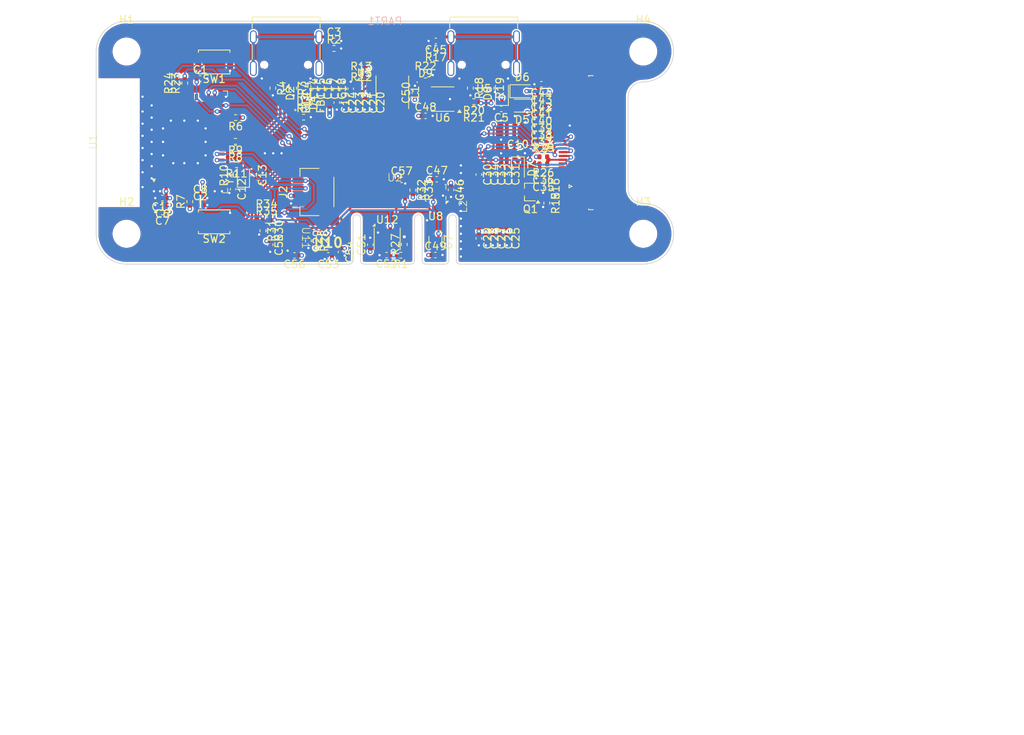
<source format=kicad_pcb>
(kicad_pcb (version 20240108) (generator "pcbnew") (generator_version "8.0")
  (title_block (title "ESP32-C6_6") (date "2024-12-20") (rev "R0"))
  (layers (0 "F.Cu" signal) (1 "In1.Cu" signal) (2 "In2.Cu" signal) (31 "B.Cu" signal) (34 "B.Paste" user) (35 "F.Paste" user) (36 "B.SilkS" user "B.Silkscreen") (37 "F.SilkS" user "F.Silkscreen") (38 "B.Mask" user) (39 "F.Mask" user) (44 "Edge.Cuts" user))
  (net 0 "")
  (net 1 "+3V3")
  (net 2 "GND")
  (net 3 "Net-(U1-EN)")
  (net 4 "+5V")
  (net 5 "/X0")
  (net 6 "Net-(U1-IO8)")
  (net 7 "/PC1")
  (net 8 "Net-(J1-SHIELD)")
  (net 10 "Net-(C13-Pad1)")
  (net 11 "Net-(D4-A)")
  (net 12 "Net-(D5-A)")
  (net 14 "Net-(D7-A)")
  (net 15 "/X1")
  (net 16 "Net-(U4-BS)")
  (net 18 "Net-(U1-NC-Pad21)")
  (net 22 "Net-(U4-VGL)")
  (net 23 "Net-(U4-VGH)")
  (net 24 "Net-(U4-VDD)")
  (net 25 "Net-(U4-VPP)")
  (net 26 "/USB_N")
  (net 27 "/USB_P")
  (net 28 "Net-(U4-VSH)")
  (net 29 "/D_N")
  (net 30 "/D_P")
  (net 31 "/UART/TX")
  (net 32 "/UART/RX")
  (net 33 "Net-(D7-K)")
  (net 34 "Net-(U4-VSL)")
  (net 35 "Net-(D6-A)")
  (net 36 "Net-(U4-VCOM)")
  (net 37 "Net-(U5-SHIELD)")
  (net 38 "Net-(D2-A)")
  (net 39 "Net-(D3-K)")
  (net 40 "Net-(D4-K)")
  (net 41 "Net-(D8-A)")
  (net 42 "Net-(D9-K)")
  (net 43 "Net-(D9-A)")
  (net 44 "Net-(J1-CC1)")
  (net 45 "Net-(J1-CC2)")
  (net 46 "Net-(U3-SW)")
  (net 47 "Net-(Q1-S)")
  (net 48 "Net-(Q1-G)")
  (net 49 "Net-(U3-FB)")
  (net 50 "Net-(U5-CC2)")
  (net 51 "Net-(U5-CC1)")
  (net 52 "/UART/USB_N")
  (net 53 "/UART/UD_N")
  (net 54 "/UART/USB_P")
  (net 55 "/UART/UD_P")
  (net 56 "/RXD0")
  (net 57 "/TXD0")
  (net 58 "/CS")
  (net 59 "/SCLK")
  (net 60 "/MOSI")
  (net 64 "/BUSY")
  (net 66 "/D{slash}C")
  (net 67 "/RST")
  (net 72 "Net-(U12-SDO)")
  (net 73 "Net-(U10-SDO)")
  (net 74 "Net-(U11-SDO)")
  (net 75 "Net-(U8-SDO)")
  (net 78 "/I2C_EN")
  (net 79 "/SCK")
  (net 80 "/SDA")
  (footprint "Capacitor_SMD:C_0402_1005Metric" (layer "F.Cu") (at 166.039999 104.2 -90)
    (property "Reference" "C31")
    (property "Value" "1u")
  )
  (footprint "Resistor_SMD:R_0402_1005Metric" (layer "F.Cu") (at 139.3 96.64)
    (property "Reference" "R5")
    (property "Value" "4k7")
  )
  (footprint "Resistor_SMD:R_0402_1005Metric" (layer "F.Cu") (at 170.85 102.8 180)
    (property "Reference" "R26")
    (property "Value" "0R")
  )
  (footprint "Capacitor_SMD:C_0402_1005Metric" (layer "F.Cu") (at 170.6 92.31 180)
    (property "Reference" "C44")
    (property "Value" "1u")
  )
  (footprint "Resistor_SMD:R_0402_1005Metric" (layer "F.Cu") (at 161.25 92.82 -90)
    (property "Reference" "R18")
    (property "Value" "5k1")
  )
  (footprint "Button_Switch_SMD:SW_Push_SPST_NO_Alps_SKRK" (layer "F.Cu") (at 127.525 110.425 180)
    (property "Reference" "SW2")
    (property "Value" "SW_Push")
  )
  (footprint "Package_TO_SOT_SMD:SOT-563" (layer "F.Cu") (at 147.31 92.707501)
    (property "Reference" "U3")
    (property "Value" "TLV62569DRLR")
  )
  (footprint "Resistor_SMD:R_0402_1005Metric" (layer "F.Cu") (at 140.825 94.745 90)
    (property "Reference" "R14")
    (property "Value" "4k7")
  )
  (footprint "Package_TO_SOT_SMD:SOT-323_SC-70" (layer "F.Cu") (at 169.1 106.5 180)
    (property "Reference" "Q1")
    (property "Value" "HXY2102EI")
  )
  (footprint "Capacitor_SMD:C_0402_1005Metric" (layer "F.Cu") (at 143.660001 94.719999 -90)
    (property "Reference" "C19")
    (property "Value" "4u7")
  )
  (footprint "Capacitor_SMD:C_0402_1005Metric" (layer "F.Cu") (at 163.28 104.2 -90)
    (property "Reference" "C34")
    (property "Value" "1u")
  )
  (footprint "Resistor_SMD:R_0402_1005Metric" (layer "F.Cu") (at 156.7 87.6 180)
    (property "Reference" "R17")
    (property "Value" "330R")
  )
  (footprint "Capacitor_SMD:C_0402_1005Metric" (layer "F.Cu") (at 144.580001 92.9 90)
    (property "Reference" "C17")
    (property "Value" "1u")
  )
  (footprint "Diode_SMD:D_SOD-323" (layer "F.Cu") (at 165.4 93.49 90)
    (property "Reference" "D8")
    (property "Value" "MBR0530WS")
  )
  (footprint "Capacitor_SMD:C_0402_1005Metric" (layer "F.Cu") (at 134.9 113.45 -90)
    (property "Reference" "C55")
    (property "Value" "100n")
  )
  (footprint "Capacitor_SMD:C_0402_1005Metric" (layer "F.Cu") (at 170.6 95.08 180)
    (property "Reference" "C41")
    (property "Value" "1u")
  )
  (footprint "Resistor_SMD:R_0402_1005Metric" (layer "F.Cu") (at 130.33 99.830001 180)
    (property "Reference" "R9")
    (property "Value" "22R")
  )
  (footprint "MountingHole:MountingHole_3.2mm_M3" (layer "F.Cu") (at 184 88)
    (property "Reference" "H4")
    (property "Value" "~")
  )
  (footprint "Capacitor_SMD:C_0402_1005Metric" (layer "F.Cu") (at 125.7 91.55)
    (property "Reference" "C1")
    (property "Value" "100n")
  )
  (footprint "Capacitor_SMD:C_0402_1005Metric" (layer "F.Cu") (at 120.72 109.14 180)
    (property "Reference" "C7")
    (property "Value" "4u7")
  )
  (footprint "Diode_SMD:D_SOD-323" (layer "F.Cu") (at 168.075 95.125 180)
    (property "Reference" "D5")
    (property "Value" "MBR0530WS")
  )
  (footprint "Capacitor_SMD:C_0402_1005Metric" (layer "F.Cu") (at 146.42 94.719999 -90)
    (property "Reference" "C22")
    (property "Value" "4u7")
  )
  (footprint "Capacitor_SMD:C_0402_1005Metric" (layer "F.Cu") (at 162.360001 112.6 -90)
    (property "Reference" "C29")
    (property "Value" "1u")
  )
  (footprint "Capacitor_SMD:C_0402_1005Metric" (layer "F.Cu") (at 165.12 112.6 -90)
    (property "Reference" "C26")
    (property "Value" "1u")
  )
  (footprint "Capacitor_SMD:C_0402_1005Metric" (layer "F.Cu") (at 170.6 96 180)
    (property "Reference" "C40")
    (property "Value" "1u")
  )
  (footprint "Resistor_SMD:R_0402_1005Metric" (layer "F.Cu") (at 146.89 91.13)
    (property "Reference" "R13")
    (property "Value" "100k")
  )
  (footprint "Resistor_SMD:R_0402_1005Metric" (layer "F.Cu") (at 130 104.3 90)
    (property "Reference" "R10")
    (property "Value" "220k")
  )
  (footprint "Connector_JST:JST_SH_SM04B-SRSS-TB_1x04-1MP_P1.00mm_Horizontal" (layer "F.Cu") (at 140.6 106.5 90)
    (property "Reference" "J2")
    (property "Value" "Conn_01x04_MountingPin")
  )
  (footprint "Connector_USB:USB_C_Receptacle_Palconn_UTC16-G" (layer "F.Cu") (at 163.000001 88.3 180)
    (property "Reference" "U5")
    (property "Value" "TYPE-C 16PIN 2MD(073)_C2765186")
  )
  (footprint "Capacitor_SMD:C_0402_1005Metric" (layer "F.Cu") (at 170.6 93.240001 180)
    (property "Reference" "C43")
    (property "Value" "1u")
  )
  (footprint "MountingHole:MountingHole_3.2mm_M3" (layer "F.Cu") (at 116 88)
    (property "Reference" "H1")
    (property "Value" "~")
  )
  (footprint "Capacitor_SMD:C_0402_1005Metric" (layer "F.Cu") (at 148.26 94.72 -90)
    (property "Reference" "C20")
    (property "Value" "4u7")
  )
  (footprint "Inductor_SMD:L_Coilcraft_XxL4040" (layer "F.Cu") (at 150.98 93.37 -90)
    (property "Reference" "L1")
    (property "Value" "XAL4020-222MEC")
  )
  (footprint "Resistor_SMD:R_0402_1005Metric" (layer "F.Cu") (at 139.925 112.925 -90)
    (property "Reference" "R29")
    (property "Value" "0R")
  )
  (footprint "Capacitor_SMD:C_0402_1005Metric" (layer "F.Cu") (at 152.2 104.9)
    (property "Reference" "C57")
    (property "Value" "100n")
  )
  (footprint "Resistor_SMD:R_0402_1005Metric" (layer "F.Cu") (at 133.95 111.6 -90)
    (property "Reference" "R31")
    (property "Value" "0R")
  )
  (footprint "Capacitor_SMD:C_0402_1005Metric" (layer "F.Cu") (at 144.225 114.4 -90)
    (property "Reference" "C54")
    (property "Value" "100n")
  )
  (footprint "Capacitor_SMD:C_0402_1005Metric" (layer "F.Cu") (at 140.9 92.9 90)
    (property "Reference" "C4")
    (property "Value" "4u7")
  )
  (footprint "Capacitor_SMD:C_0402_1005Metric" (layer "F.Cu") (at 165.32 95.55 180)
    (property "Reference" "C5")
    (property "Value" "4u7")
  )
  (footprint "Capacitor_SMD:C_0402_1005Metric" (layer "F.Cu") (at 163.28 112.6 -90)
    (property "Reference" "C28")
    (property "Value" "1u")
  )
  (footprint "Capacitor_SMD:C_0402_1005Metric" (layer "F.Cu") (at 170.85 104.7 180)
    (property "Reference" "C35")
    (property "Value" "1u")
  )
  (footprint "Sensor_Humidity:Sensirion_DFN-4_1.5x1.5mm_P0.8mm_SHT4x_NoCentralPad" (layer "F.Cu") (at 156.65 113.1 -90)
    (property "Reference" "U7")
    (property "Value" "SHT45")
  )
  (footprint "Resistor_SMD:R_0402_1005Metric" (layer "F.Cu") (at 130.35 96.7 180)
    (property "Reference" "R6")
    (property "Value" "10k")
  )
  (footprint "Package_LGA:Bosch_LGA-8_2x2.5mm_P0.65mm_ClockwisePinNumbering" (layer "F.Cu") (at 156.675 106.6 180)
    (property "Reference" "U8")
    (property "Value" "BMP280")
  )
  (footprint "Inductor_SMD:L_0402_1005Metric" (layer "F.Cu") (at 142.725 94.745 90)
    (property "Reference" "FB1")
    (property "Value" "BLF03RD501GNED")
  )
  (footprint "Capacitor_SMD:C_0402_1005Metric" (layer "F.Cu") (at 170.6 98.76 180)
    (property "Reference" "C37")
    (property "Value" "100n")
  )
  (footprint "Capacitor_SMD:C_0402_1005Metric" (layer "F.Cu") (at 145.5 92.9 90)
    (property "Reference" "C18")
    (property "Value" "1u")
  )
  (footprint "Diode_SMD:D_SOD-323" (layer "F.Cu") (at 168.075 93.225)
    (property "Reference" "D6")
    (property "Value" "MBR0530WS")
  )
  (footprint "Resistor_SMD:R_0402_1005Metric" (layer "F.Cu") (at 134.425 110.2)
    (property "Reference" "R35")
    (property "Value" "4k7")
  )
  (footprint "Capacitor_SMD:C_0402_1005Metric" (layer "F.Cu") (at 156.65 114.800001)
    (property "Reference" "C49")
    (property "Value" "100n")
  )
  (footprint "Resistor_SMD:R_0402_1005Metric" (layer "F.Cu") (at 154.625 106.25 -90)
    (property "Reference" "R33")
    (property "Value" "0R")
  )
  (footprint "Capacitor_SMD:C_0402_1005Metric" (layer "F.Cu") (at 120.72 108.22 180)
    (property "Reference" "C6")
    (property "Value" "4u7")
  )
  (footprint "Capacitor_SMD:C_0402_1005Metric" (layer "F.Cu") (at 132.735 104.29 -90)
    (property "Reference" "C13")
    (property "Value" "100n")
  )
  (footprint "Resistor_SMD:R_0402_1005Metric" (layer "F.Cu") (at 134.9 111.6 -90)
    (property "Reference" "R30")
    (property "Value" "0R")
  )
  (footprint "Resistor_SMD:R_0402_1005Metric" (layer "F.Cu") (at 171.3 107.96 -90)
    (property "Reference" "R15")
    (property "Value" "10k")
  )
  (footprint "Diode_SMD:D_SOD-323" (layer "F.Cu") (at 167.5 103.5 -90)
    (property "Reference" "D7")
    (property "Value" "MBR0530WS")
  )
  (footprint "Capacitor_SMD:C_0402_1005Metric" (layer "F.Cu") (at 165.12 104.2 -90)
    (property "Reference" "C32")
    (property "Value" "1u")
  )
  (footprint "Capacitor_SMD:C_0402_1005Metric" (layer "F.Cu") (at 142.55 114.85 180)
    (property "Reference" "C53")
    (property "Value" "100n")
  )
  (footprint "prj_footprint:BMP585" (layer "F.Cu") (at 137.2 112.55 -90)
    (property "Reference" "U11")
    (property "Value" "BMP585")
  )
  (footprint "Capacitor_SMD:C_0402_1005Metric" (layer "F.Cu") (at 125.7 107.3)
    (property "Reference" "C8")
    (property "Value" "1u")
  )
  (footprint "Capacitor_SMD:C_0402_1005Metric" (layer "F.Cu") (at 141.82 92.9 90)
    (property "Reference" "C14")
    (property "Value" "1u")
  )
  (footprint "Resistor_SMD:R_0402_1005Metric" (layer "F.Cu") (at 137.975 92.825 -90)
    (property "Reference" "R3")
    (property "Value" "5k1")
  )
  (footprint "Capacitor_SMD:C_0402_1005Metric" (layer "F.Cu") (at 120.72 107.3 180)
    (property "Reference" "C11")
    (property "Value" "100n")
  )
  (footprint "prj_footprint:RV-3028-C7" (layer "F.Cu") (at 151.3 106.6)
    (property "Reference" "U2")
    (property "Value" "RV-3028-C7")
  )
  (footprint "Capacitor_SMD:C_0402_1005Metric" (layer "F.Cu") (at 170.6 96.92 180)
    (property "Reference" "C39")
    (property "Value" "1u")
  )
  (footprint "Capacitor_SMD:C_0402_1005Metric" (layer "F.Cu") (at 164.2 112.6 -90)
    (property "Reference" "C27")
    (property "Value" "1u")
  )
  (footprint "Capacitor_SMD:C_0402_1005Metric" (layer "F.Cu") (at 144.58 94.72 -90)
    (property "Reference" "C24")
    (property "Value" "4u7")
  )
  (footprint "Diode_SMD:D_SOD-323" (layer "F.Cu") (at 139.4 93.5 90)
    (property "Reference" "D2")
    (property "Value" "MBR0530WS")
  )
  (footprint "Capacitor_SMD:C_0402_1005Metric" (layer "F.Cu") (at 138.1 114.85 180)
    (property "Reference" "C56")
    (property "Value" "100n")
  )
  (footprint "Resistor_SMD:R_0402_1005Metric" (layer "F.Cu") (at 163.98 92.82 -90)
    (property "Reference" "R19")
    (property "Value" "5k1")
  )
  (footprint "Diode_SMD:D_0402_1005Metric" (layer "F.Cu") (at 139.3 95.7)
    (property "Reference" "D3")
    (property "Value" "LED")
  )
  (footprint "Capacitor_SMD:C_0402_1005Metric" (layer "F.Cu") (at 143.66 92.9 90)
    (property "Reference" "C16")
    (property "Value" "1u")
  )
  (footprint "Resistor_SMD:R_0402_1005Metric" (layer "F.Cu") (at 130.33 100.77 180)
    (property "Reference" "R8")
    (property "Value" "22R")
  )
  (footprint "Resistor_SMD:R_0402_1005Metric" (layer "F.Cu") (at 155.34 91.1)
    (property "Reference" "R22")
    (property "Value" "4k7")
  )
  (footprint "Capacitor_SMD:C_0402_1005Metric" (layer "F.Cu") (at 156.825 104.825)
    (property "Reference" "C47")
    (property "Value" "100n")
  )
  (footprint "Resistor_SMD:R_0402_1005Metric" (layer "F.Cu") (at 152.0875 114.8275 180)
    (property "Reference" "R1")
    (property "Value" "0R")
  )
  (footprint "Capacitor_SMD:C_0402_1005Metric" (layer "F.Cu") (at 150.2175 114.8175 180)
    (property "Reference" "C52")
    (property "Value" "100n")
  )
  (footprint "Resistor_SMD:R_0402_1005Metric" (layer "F.Cu") (at 135.25 92.825 -90)
    (property "Reference" "R4")
    (property "Value" "5k1")
  )
  (footprint "prj_footprint:ESP32-C6-MINI-1" (layer "F.Cu") (at 123.6 99.9 90)
    (property "Reference" "U1")
    (property "Value" "ESP32-C6-MINI-1/U")
  )
  (footprint "PrjLib:Cx-54_inductor_C2929435" (layer "F.Cu") (at 164.2 108.4 90)
    (property "Reference" "L2")
    (property "Value" "68u")
  )
  (footprint "Package_SO:MSOP-10_3x3mm_P0.5mm" (layer "F.Cu") (at 157.6 94.259999 180)
    (property "Reference" "U6")
    (property "Value" "CH340E")
  )
  (footprint "Crystal:Crystal_SMD_2012-2Pin_2.0x1.2mm" (layer "F.Cu") (at 131.375 104.675 90)
    (property "Reference" "Y1")
    (property "Value" "32768Hz")
  )
  (footprint "Capacitor_SMD:C_0402_1005Metric" (layer "F.Cu") (at 155.35 96.475)
    (property "Reference" "C48")
    (property "Value" "100n")
  )
  (footprint "Resistor_SMD:R_0402_1005Metric" (layer "F.Cu") (at 146.89 90.19 180)
    (property "Reference" "R12")
    (property "Value" "442k")
  )
  (footprint "Resistor_SMD:R_0402_1005Metric" (layer "F.Cu") (at 123.66 92.16 90)
    (property "Reference" "R23")
    (property "Value" "0R")
  )
  (footprint "Capacitor_SMD:C_0402_1005Metric" (layer "F.Cu") (at 142.74 92.9 90)
    (property "Reference" "C15")
    (property "Value" "1u")
  )
  (footprint "Package_LGA:Bosch_LGA-8_3x3mm_P0.8mm_ClockwisePinNumbering" (layer "F.Cu") (at 150.3 112.6)
    (property "Reference" "U12")
    (property "Value" "BME680")
  )
  (footprint "Resistor_SMD:R_0402_1005Metric" (layer "F.Cu") (at 152.5475 113.4075 90)
    (property "Reference" "R27")
    (property "Value" "0R")
  )
  (footprint "Capacitor_SMD:C_0402_1005Metric" (layer "F.Cu") (at 147.339999 94.72 -90)
    (property "Reference" "C21")
    (property "Value" "4u7")
  )
  (footprint "Diode_SMD:D_0402_1005Metric" (layer "F.Cu") (at 141.775 94.745 90)
    (property "Reference" "D4")
    (property "Value" "LED")
  )
  (footprint "Capacitor_SMD:C_0402_1005Metric" (layer "F.Cu") (at 170.85 103.75 180)
    (property "Reference" "C36")
    (property "Value" "1u")
  )
  (footprint "Connector_FFC-FPC:TE_2-1734839-4_1x24-1MP_P0.5mm_Horizontal" (layer "F.Cu") (at 174.775 100 90)
    (property "Reference" "U4")
    (property "Value" "E-PAPER_2.13_122x250_SSD1680Z8_CON")
  )
  (footprint "Resistor_SMD:R_0402_1005Metric" (layer "F.Cu") (at 134.425 109.25)
    (property "Reference" "R34")
    (property "Value" "4k7")
  )
  (footprint "Diode_SMD:D_0402_1005Metric" (layer "F.Cu") (at 155.34 92.04)
    (property "Reference" "D9")
    (property "Value" "LED")
  )
  (footprint "Capacitor_SMD:C_0402_1005Metric" (layer "F.Cu") (at 167.5 101.375)
    (property "Reference" "C10")
    (property "Value" "1u")
  )
  (footprint "Capacitor_SMD:C_0402_1005Metric" (layer "F.Cu") (at 170.6 94.16 180)
    (property "Reference" "C42")
    (property "Value" "1u")
  )
  (footprint "MountingHole:MountingHole_3.2mm_M3" (layer "F.Cu") (at 184 112)
    (property "Reference" "H3")
    (property "Value" "~")
  )
  (footprint "Button_Switch_SMD:SW_Push_SPST_NO_Alps_SKRK" (layer "F.Cu") (at 127.525 89.375 180)
    (property "Reference" "SW1")
    (property "Value" "SW_Push")
  )
  (footprint "Capacitor_SMD:C_0402_1005Metric" (layer "F.Cu") (at 145.5 94.72 -90)
    (property "Reference" "C23")
    (property "Value" "4u7")
  )
  (footprint "Capacitor_SMD:C_0402_1005Metric" (layer "F.Cu") (at 148.0675 113.4425 90)
    (property "Reference" "C51")
    (property "Value" "100n")
  )
  (footprint "Resistor_SMD:R_0402_1005Metric" (layer "F.Cu") (at 143.3 87.6)
    (property "Reference" "R2")
    (property "Value" "330R")
  )
  (footprint "Resistor_SMD:R_0402_1005Metric" (layer "F.Cu") (at 130.475 102.9 180)
    (property "Reference" "R11")
    (property "Value" "33R")
  )
  (footprint "Resistor_SMD:R_0402_1005Metric" (layer "F.Cu") (at 153.675 106.25 -90)
    (property "Reference" "R32")
    (property "Value" "0R")
  )
  (footprint "Capacitor_SMD:C_0402_1005Metric" (layer "F.Cu") (at 153.95 93.425 90)
    (property "Reference" "C50")
    (property "Value" "100n")
  )
  (footprint "Capacitor_SMD:C_0402_1005Metric" (layer "F.Cu") (at 166.039999 112.6 -90)
    (property "Reference" "C25")
    (property "Value" "1u")
  )
  (footprint "Resistor_SMD:R_0402_1005Metric" (layer "F.Cu") (at 161.71 95.539999 180)
    (property "Reference" "R21")
    (property "Value" "22R")
  )
  (footprint "Capacitor_SMD:C_0402_1005Metric" (layer "F.Cu") (at 156.7 86.6 180)
    (property "Reference" "C45")
    (property "Value" "100n")
  )
  (footprint "Capacitor_SMD:C_0402_1005Metric" (layer "F.Cu") (at 158.7 106.225 -90)
    (property "Reference" "C46")
    (property "Value" "100n")
  )
  (footprint "prj_footprint:BMP581" (layer "F.Cu") (at 142.55 113.175 180)
    (property "Reference" "U10")
    (property "Value" "BMP581" (hide yes))
  )
  (footprint "Capacitor_SMD:C_0402_1005Metric" (layer "F.Cu") (at 125.7 108.22)
    (property "Reference" "C2")
    (property "Value" "100n")
  )
  (footprint "Capacitor_SMD:C_0402_1005Metric" (layer "F.Cu") (at 130.015 106.14 -90)
    (property "Reference" "C12")
    (property "Value" "100n")
  )
  (footprint "Capacitor_SMD:C_0402_1005Metric" (layer "F.Cu") (at 143.3 86.6)
    (property "Reference" "C3")
    (property "Value" "100n")
  )
  (footprint "Capacitor_SMD:C_0402_1005Metric" (layer "F.Cu") (at 170.6 97.84 180)
    (property "Reference" "C38")
    (property "Value" "1u")
  )
  (footprint "Capacitor_SMD:C_0402_1005Metric" (layer "F.Cu") (at 162.360001 104.2 -90)
    (property "Reference" "C30")
    (property "Value" "1u")
  )
  (footprint "Resistor_SMD:R_0402_1005Metric" (layer "F.Cu") (at 140.874999 112.925 -90)
    (property "Reference" "R28")
    (property "Value" "0R")
  )
  (footprint "Resistor_SMD:R_0402_1005Metric" (layer "F.Cu") (at 161.71 94.6 180)
    (property "Reference" "R20")
    (property "Value" "22R")
  )
  (footprint "Resistor_SMD:R_0402_1005Metric" (layer "F.Cu") (at 122.72 92.16 90)
    (property "Reference" "R24")
    (property "Value" "0R")
  )
  (footprint "MountingHole:MountingHole_3.2mm_M3" (layer "F.Cu") (at 116 112)
    (property "Reference" "H2")
    (property "Value" "~")
  )
  (footprint "Capacitor_SMD:C_0402_1005Metric" (layer "F.Cu") (at 164.2 104.2 -90)
    (property "Reference" "C33")
    (property "Value" "1u")
  )
  (footprint "Capacitor_SMD:C_0402_1005Metric" (layer "F.Cu") (at 170.6 99.68 180)
    (property "Reference" "C9")
    (property "Value" "100n")
  )
  (footprint "Connector_USB:USB_C_Receptacle_Palconn_UTC16-G" (layer "F.Cu") (at 137 88.3 180)
    (property "Reference" "J1")
    (property "Value" "USB_C_Receptacle_USB2.0_16P")
  )
  (footprint "Resistor_SMD:R_0402_1005Metric" (layer "F.Cu") (at 171.3 106.1 -90)
    (property "Reference" "R16")
    (property "Value" "0R47")
  )
  (footprint "Resistor_SMD:R_0402_1005Metric" (layer "F.Cu") (at 124.32 107.77 90)
    (property "Reference" "R7")
    (property "Value" "10k")
  )
  (footprint "Resistor_SMD:R_0402_1005Metric" (layer "F.Cu") (at 170.85 101.86)
    (property "Reference" "R25")
    (property "Value" "0R")
  )
  (footprint "prj_footprint:E-PAPER_2.13_122x250_SSD1680Z8" (layer "B.Cu") (at 150 100 180)
    (property "Reference" "PART1")
    (property "Value" "E-PAPER_2.13_122x250_SSD1680Z8")
  )
  (gr_arc (start 184 108) (mid 182.585786 107.414214) (end 182 106) (stroke (width 0.1)) (layer "Edge.Cuts"))
  (gr_line (start 145.8 110) (end 145.8 115.5) (stroke (width 0.1)) (layer "Edge.Cuts"))
  (gr_line (start 146.8 110) (end 146.8 115.5) (stroke (width 0.1)) (layer "Edge.Cuts"))
  (gr_line (start 116 84) (end 116 84) (stroke (width 0.1)) (layer "Edge.Cuts"))
  (gr_arc (start 153.9 110) (mid 154.4 109.5) (end 154.9 110) (stroke (width 0.1)) (layer "Edge.Cuts"))
  (gr_arc (start 184 108) (mid 186.828427 109.171573) (end 188 112) (stroke (width 0.1)) (layer "Edge.Cuts"))
  (gr_line (start 182 94) (end 182 106) (stroke (width 0.1)) (layer "Edge.Cuts"))
  (gr_line (start 145.3 116) (end 116 116) (stroke (width 0.1)) (layer "Edge.Cuts"))
  (gr_line (start 184 84) (end 184 84) (stroke (width 0.1)) (layer "Edge.Cuts"))
  (gr_line (start 158.4 110) (end 158.4 115.5) (stroke (width 0.1)) (layer "Edge.Cuts"))
  (gr_line (start 153.9 110) (end 153.9 115.5) (stroke (width 0.1)) (layer "Edge.Cuts"))
  (gr_arc (start 147.3 116) (mid 146.946447 115.853553) (end 146.8 115.5) (stroke (width 0.1)) (layer "Edge.Cuts"))
  (gr_arc (start 116 116) (mid 113.171573 114.828427) (end 112 112) (stroke (width 0.1)) (layer "Edge.Cuts"))
  (gr_line (start 147.3 116) (end 153.4 116) (stroke (width 0.1)) (layer "Edge.Cuts"))
  (gr_line (start 154.9 110) (end 154.9 115.5) (stroke (width 0.1)) (layer "Edge.Cuts"))
  (gr_arc (start 188 88) (mid 186.828427 90.828427) (end 184 92) (stroke (width 0.1)) (layer "Edge.Cuts"))
  (gr_line (start 159.4 110) (end 159.4 115.5) (stroke (width 0.1)) (layer "Edge.Cuts"))
  (gr_arc (start 159.9 116) (mid 159.546447 115.853553) (end 159.4 115.5) (stroke (width 0.1)) (layer "Edge.Cuts"))
  (gr_arc (start 112 88) (mid 113.171573 85.171573) (end 116 84) (stroke (width 0.1)) (layer "Edge.Cuts"))
  (gr_arc (start 158.4 110) (mid 158.9 109.5) (end 159.4 110) (stroke (width 0.1)) (layer "Edge.Cuts"))
  (gr_arc (start 145.8 110) (mid 146.3 109.5) (end 146.8 110) (stroke (width 0.1)) (layer "Edge.Cuts"))
  (gr_arc (start 153.9 115.5) (mid 153.753553 115.853553) (end 153.4 116) (stroke (width 0.1)) (layer "Edge.Cuts"))
  (gr_line (start 155.4 116) (end 157.9 116) (stroke (width 0.1)) (layer "Edge.Cuts"))
  (gr_arc (start 158.4 115.5) (mid 158.253553 115.853553) (end 157.9 116) (stroke (width 0.1)) (layer "Edge.Cuts"))
  (gr_arc (start 188 112) (mid 186.828427 114.828427) (end 184 116) (stroke (width 0.1)) (layer "Edge.Cuts"))
  (gr_arc (start 155.4 116) (mid 155.046447 115.853553) (end 154.9 115.5) (stroke (width 0.1)) (layer "Edge.Cuts"))
  (gr_line (start 112 112) (end 112 88) (stroke (width 0.1)) (layer "Edge.Cuts"))
  (gr_arc (start 145.8 115.5) (mid 145.653553 115.853553) (end 145.3 116) (stroke (width 0.1)) (layer "Edge.Cuts"))
  (gr_line (start 159.9 116) (end 184 116) (stroke (width 0.1)) (layer "Edge.Cuts"))
  (gr_arc (start 182 94) (mid 182.585786 92.585786) (end 184 92) (stroke (width 0.1)) (layer "Edge.Cuts"))
  (gr_line (start 116 84) (end 116 84) (stroke (width 0.1)) (layer "Edge.Cuts"))
  (gr_line (start 116 84) (end 184 84) (stroke (width 0.1)) (layer "Edge.Cuts"))
  (gr_arc (start 184 84) (mid 186.828427 85.171573) (end 188 88) (stroke (width 0.1)) (layer "Edge.Cuts"))
  (segment (start 158.7 105.745) (end 158.7 105.3) (width 0.3) (layer "F.Cu") (net 1))
  (segment (start 157 106.975) (end 156.35 106.325) (width 0.3) (layer "F.Cu") (net 1))
  (segment (start 138.58 114.055) (end 138.3 113.775) (width 0.4) (layer "F.Cu") (net 1))
  (segment (start 144.695 113.92) (end 144.7 113.925) (width 0.3) (layer "F.Cu") (net 1))
  (segment (start 121.2 106.4) (end 121.2 109) (width 0.4) (layer "F.Cu") (net 1))
  (segment (start 154.095 93.76) (end 153.95 93.905) (width 0.25) (layer "F.Cu") (net 1))
  (segment (start 143.05 114.83) (end 143.03 114.85) (width 0.3) (layer "F.Cu") (net 1))
  (segment (start 151.75 104.93) (end 151.72 104.9) (width 0.4) (layer "F.Cu") (net 1))
  (segment (start 121.2 105.8) (end 121.2 106.4) (width 0.4) (layer "F.Cu") (net 1))
  (segment (start 154.42 96.475) (end 154.87 96.475) (width 0.25) (layer "F.Cu") (net 1))
  (segment (start 148.965 113.9225) (end 149.1 113.7875) (width 0.4) (layer "F.Cu") (net 1))
  (segment (start 149.9 112.1) (end 150.7 112.9) (width 0.25) (layer "F.Cu") (net 1))
  (segment (start 143.3 113.425) (end 143.73 113.425) (width 0.3) (layer "F.Cu") (net 1))
  (segment (start 156.25 113.8) (end 156.25 114.720001) (width 0.3) (layer "F.Cu") (net 1))
  (segment (start 134.425 112.97) (end 134.9 112.97) (width 0.5) (layer "F.Cu") (net 1))
  (segment (start 144.225 113.92) (end 144.695 113.92) (width 0.3) (layer "F.Cu") (net 1))
  (segment (start 150.7 114.2425) (end 150.7 114.815) (width 0.4) (layer "F.Cu") (net 1))
  (segment (start 143.73 113.425) (end 144.225 113.92) (width 0.3) (layer "F.Cu") (net 1))
  (segment (start 143.05 113.95) (end 143.05 114.83) (width 0.3) (layer "F.Cu") (net 1))
  (segment (start 150.85 106) (end 151.75 106) (width 0.25) (layer "F.Cu") (net 1))
  (segment (start 135.340001 112.55) (end 134.9 112.109999) (width 0.5) (layer "F.Cu") (net 1))
  (segment (start 156.35 106.325) (end 156.35 105.8) (width 0.3) (layer "F.Cu") (net 1))
  (segment (start 157.65 105.8) (end 158.645 105.8) (width 0.3) (layer "F.Cu") (net 1))
  (segment (start 121.2 108.22) (end 121.65 108.22) (width 0.5) (layer "F.Cu") (net 1))
  (segment (start 156.17 114.800001) (end 155.725 114.8) (width 0.3) (layer "F.Cu") (net 1))
  (segment (start 150.7 114.815) (end 150.6975 114.8175) (width 0.4) (layer "F.Cu") (net 1))
  (segment (start 151.72 104.4) (end 151.72 104.9) (width 0.25) (layer "F.Cu") (net 1))
  (segment (start 171.525 99.68) (end 171.645 99.68) (width 0.25) (layer "F.Cu") (net 1))
  (segment (start 148.0675 113.9225) (end 148.0675 114.3675) (width 0.5) (layer "F.Cu") (net 1))
  (segment (start 157 107.4) (end 157 106.975) (width 0.3) (layer "F.Cu") (net 1))
  (segment (start 166.039999 111.675) (end 166.039999 112.12) (width 0.25) (layer "F.Cu") (net 1))
  (segment (start 156.35 105.8) (end 156.35 104.83) (width 0.3) (layer "F.Cu") (net 1))
  (segment (start 135.975 112.55) (end 135.340001 112.55) (width 0.5) (layer "F.Cu") (net 1))
  (segment (start 153.675 106.759999) (end 153.675 107.2) (width 0.3) (layer "F.Cu") (net 1))
  (segment (start 154.87 96.475) (end 154.87 95.48) (width 0.25) (layer "F.Cu") (net 1))
  (segment (start 130.859999 96.7) (end 131.3 96.7) (width 0.2) (layer "F.Cu") (net 1))
  (segment (start 134.9 112.109999) (end 134.9 112.97) (width 0.5) (layer "F.Cu") (net 1))
  (segment (start 143.03 115.305) (end 143.05 115.325) (width 0.3) (layer "F.Cu") (net 1))
  (segment (start 156.35 104.83) (end 156.345 104.825) (width 0.3) (layer "F.Cu") (net 1))
  (segment (start 143.03 114.85) (end 143.03 115.305) (width 0.3) (layer "F.Cu") (net 1))
  (segment (start 158.645 105.8) (end 158.7 105.745) (width 0.3) (layer "F.Cu") (net 1))
  (segment (start 155.4875 93.76) (end 154.095 93.76) (width 0.25) (layer "F.Cu") (net 1))
  (segment (start 138.6 107) (end 137.65 107) (width 0.25) (layer "F.Cu") (net 1))
  (segment (start 169.9 101.86) (end 170.34 101.86) (width 0.5) (layer "F.Cu") (net 1))
  (segment (start 150.7 113.7875) (end 150.7 114.2425) (width 0.4) (layer "F.Cu") (net 1))
  (segment (start 135.32 112.55) (end 134.9 112.97) (width 0.5) (layer "F.Cu") (net 1))
  (segment (start 141.384998 112.925) (end 140.874999 113.434999) (width 0.3) (layer "F.Cu") (net 1))
  (segment (start 142.725 95.23) (end 142.725 95.7) (width 0.2) (layer "F.Cu") (net 1))
  (segment (start 138.58 114.85) (end 138.58 114.055) (width 0.4) (layer "F.Cu") (net 1))
  (segment (start 150.6975 114.8175) (end 151.1425 114.8175) (width 0.5) (layer "F.Cu") (net 1))
  (segment (start 154.87 95.48) (end 155.090001 95.259999) (width 0.25) (layer "F.Cu") (net 1))
  (segment (start 148.0675 113.9225) (end 148.965 113.9225) (width 0.4) (layer "F.Cu") (net 1))
  (segment (start 155.090001 95.259999) (end 155.4875 95.259999) (width 0.25) (layer "F.Cu") (net 1))
  (segment (start 156.25 114.720001) (end 156.17 114.800001) (width 0.3) (layer "F.Cu") (net 1))
  (segment (start 149.9 111.4125) (end 149.9 112.1) (width 0.25) (layer "F.Cu") (net 1))
  (segment (start 135.975 112.55) (end 135.32 112.55) (width 0.5) (layer "F.Cu") (net 1))
  (segment (start 138.425 113.65) (end 138.3 113.775) (width 0.4) (layer "F.Cu") (net 1))
  (segment (start 140.874999 113.434999) (end 140.875 113.875) (width 0.3) (layer "F.Cu") (net 1))
  (segment (start 141.8 112.925) (end 141.384998 112.925) (width 0.3) (layer "F.Cu") (net 1))
  (segment (start 171.645 99.68) (end 171.675 99.65) (width 0.25) (layer "F.Cu") (net 1))
  (segment (start 124.32 108.72) (end 124.325 108.725) (width 0.25) (layer "F.Cu") (net 1))
  (segment (start 121.65 109.14) (end 121.2 109.14) (width 0.5) (layer "F.Cu") (net 1))
  (segment (start 138.425 112.55) (end 138.425 113.65) (width 0.4) (layer "F.Cu") (net 1))
  (segment (start 151.75 106) (end 151.75 104.93) (width 0.4) (layer "F.Cu") (net 1))
  (segment (start 162.360001 111.675) (end 162.360001 112.12) (width 0.25) (layer "F.Cu") (net 1))
  (segment (start 124.32 108.279999) (end 124.32 108.72) (width 0.25) (layer "F.Cu") (net 1))
  (segment (start 150.7 112.9) (end 150.7 113.7875) (width 0.25) (layer "F.Cu") (net 1))
  (segment (start 165.12 111.675) (end 165.12 112.12) (width 0.25) (layer "F.Cu") (net 1))
  (segment (start 154.589212 93.759999) (end 155.4875 93.76) (width 0.25) (layer "F.Cu") (net 1))
  (segment (start 163.28 111.675) (end 163.28 112.12) (width 0.25) (layer "F.Cu") (net 1))
  (segment (start 156.345 104.825) (end 155.9 104.825) (width 0.3) (layer "F.Cu") (net 1))
  (segment (start 139.05 114.85) (end 138.58 114.85) (width 0.4) (layer "F.Cu") (net 1))
  (segment (start 171.525 99.68) (end 171.08 99.68) (width 0.25) (layer "F.Cu") (net 1))
  (segment (start 153.95 93.905) (end 153.95 94.35) (width 0.25) (layer "F.Cu") (net 1))
  (segment (start 164.2 111.675) (end 164.2 112.12) (width 0.25) (layer "F.Cu") (net 1))
  (segment (start 171.525 98.76) (end 171.525 98.75) (width 0.4) (layer "F.Cu") (net 1))
  (segment (start 121.2 106.4) (end 121.2 107.3) (width 0.4) (layer "F.Cu") (net 1))
  (segment (start 121.2 107.3) (end 121.7 107.3) (width 0.5) (layer "F.Cu") (net 1))
  (via (at 151.1425 114.8175) (size 0.6) (drill 0.3) (layers "F.Cu" "B.Cu") (net 1))
  (via (at 121.7 107.3) (size 0.6) (drill 0.3) (layers "F.Cu" "B.Cu") (net 1))
  (via (at 143.05 115.325) (size 0.6) (drill 0.3) (layers "F.Cu" "B.Cu") (net 1))
  (via (at 153.95 94.35) (size 0.6) (drill 0.3) (layers "F.Cu" "B.Cu") (net 1))
  (via (at 162.360001 111.675) (size 0.6) (drill 0.3) (layers "F.Cu" "B.Cu") (net 1))
  (via (at 158.7 105.3) (size 0.6) (drill 0.3) (layers "F.Cu" "B.Cu") (net 1))
  (via (at 165.12 111.675) (size 0.6) (drill 0.3) (layers "F.Cu" "B.Cu") (net 1))
  (via (at 144.7 113.925) (size 0.6) (drill 0.3) (layers "F.Cu" "B.Cu") (net 1))
  (via (at 171.625 99.68) (size 0.6) (drill 0.3) (layers "F.Cu" "B.Cu") (net 1))
  (via (at 155.9 104.825) (size 0.6) (drill 0.3) (layers "F.Cu" "B.Cu") (net 1))
  (via (at 121.65 109.14) (size 0.6) (drill 0.3) (layers "F.Cu" "B.Cu") (net 1))
  (via (at 124.325 108.725) (size 0.6) (drill 0.3) (layers "F.Cu" "B.Cu") (net 1))
  (via (at 151.72 104.4) (size 0.6) (drill 0.3) (layers "F.Cu" "B.Cu") (net 1))
  (via (at 139.05 114.85) (size 0.6) (drill 0.3) (layers "F.Cu" "B.Cu") (net 1))
  (via (at 166.039999 111.675) (size 0.6) (drill 0.3) (layers "F.Cu" "B.Cu") (net 1))
  (via (at 142.725 95.7) (size 0.6) (drill 0.3) (layers "F.Cu" "B.Cu") (net 1))
  (via (at 164.2 111.675) (size 0.6) (drill 0.3) (layers "F.Cu" "B.Cu") (net 1))
  (via (at 154.42 96.475) (size 0.6) (drill 0.3) (layers "F.Cu" "B.Cu") (net 1))
  (via (at 171.625 98.76) (size 0.6) (drill 0.3) (layers "F.Cu" "B.Cu") (net 1))
  (via (at 163.28 111.675) (size 0.6) (drill 0.3) (layers "F.Cu" "B.Cu") (net 1))
  (via (at 134.425 112.97) (size 0.6) (drill 0.3) (layers "F.Cu" "B.Cu") (net 1))
  (via (at 142.725 96.45) (size 0.6) (drill 0.3) (layers "F.Cu" "B.Cu") (net 1))
  (via (at 148.0675 114.3675) (size 0.6) (drill 0.3) (layers "F.Cu" "B.Cu") (net 1))
  (via (at 121.2 106.4) (size 0.6) (drill 0.3) (layers "F.Cu" "B.Cu") (net 1))
  (via (at 153.675 107.2) (size 0.6) (drill 0.3) (layers "F.Cu" "B.Cu") (net 1))
  (via (at 155.725 114.8) (size 0.6) (drill 0.3) (layers "F.Cu" "B.Cu") (net 1))
  (via (at 140.875 113.875) (size 0.6) (drill 0.3) (layers "F.Cu" "B.Cu") (net 1))
  (via (at 121.65 108.22) (size 0.6) (drill 0.3) (layers "F.Cu" "B.Cu") (net 1))
  (via (at 169.9 101.86) (size 0.6) (drill 0.3) (layers "F.Cu" "B.Cu") (net 1))
  (via (at 137.65 107) (size 0.6) (drill 0.3) (layers "F.Cu" "B.Cu") (net 1))
  (via (at 131.3 96.7) (size 0.6) (drill 0.3) (layers "F.Cu" "B.Cu") (net 1))
  (segment (start 118.7 99.1) (end 118.1 99.1) (width 0.4) (layer "F.Cu") (net 2))
  (segment (start 170.12 96) (end 170.12 96.92) (width 0.5) (layer "F.Cu") (net 2))
  (segment (start 148.26 95.2) (end 143.660001 95.199999) (width 0.4) (layer "F.Cu") (net 2))
  (segment (start 118.7 100.7) (end 118.1 100.7) (width 0.4) (layer "F.Cu") (net 2))
  (segment (start 161.25 93.329999) (end 161.25 93.775) (width 0.2) (layer "F.Cu") (net 2))
  (segment (start 121.825 101.352473) (end 122.1475 101.674973) (width 0.5) (layer "F.Cu") (net 2))
  (segment (start 140.2 91.55) (end 140.2 90.81) (width 0.6) (layer "F.Cu") (net 2))
  (segment (start 143.78 86.6) (end 144.25 86.6) (width 0.4) (layer "F.Cu") (net 2))
  (segment (start 120.8 101.674973) (end 122.1475 101.674973) (width 0.5) (layer "F.Cu") (net 2))
  (segment (start 149.1 111.4125) (end 149.1 111.835) (width 0.5) (layer "F.Cu") (net 2))
  (segment (start 119.6 105.8) (end 119.6 106.4) (width 0.4) (layer "F.Cu") (net 2))
  (segment (start 128.55 93.95) (end 129.075 93.95) (width 0.25) (layer "F.Cu") (net 2))
  (segment (start 120.24 107.3) (end 120.24 109.14) (width 0.4) (layer "F.Cu") (net 2))
  (segment (start 128.55 105.85) (end 128.55 106.4) (width 0.25) (layer "F.Cu") (net 2))
  (segment (start 157.05 114.720001) (end 157.13 114.800001) (width 0.3) (layer "F.Cu") (net 2))
  (segment (start 129.625 89.375) (end 129.625 90.525) (width 0.25) (layer "F.Cu") (net 2))
  (segment (start 128.5 103.1) (end 129.075 103.1) (width 0.25) (layer "F.Cu") (net 2))
  (segment (start 134.9 113.93) (end 134.9 114.375) (width 0.4) (layer "F.Cu") (net 2))
  (segment (start 165.12 113.525) (end 165.12 113.08) (width 0.25) (layer "F.Cu") (net 2))
  (segment (start 143.66 91.97) (end 143.66 92.42) (width 0.4) (layer "F.Cu") (net 2))
  (segment (start 169.675 97.84) (end 170.12 97.84) (width 0.5) (layer "F.Cu") (net 2))
  (segment (start 157.305 104.825) (end 157.75 104.825) (width 0.3) (layer "F.Cu") (net 2))
  (segment (start 142.55 113.95) (end 142.55 113.430539) (width 0.3) (layer "F.Cu") (net 2))
  (segment (start 169.675 96.92) (end 170.12 96.92) (width 0.5) (layer "F.Cu") (net 2))
  (segment (start 137.2 114.43) (end 137.62 114.85) (width 0.4) (layer "F.Cu") (net 2))
  (segment (start 144.58 95.645) (end 144.58 95.2) (width 0.4) (layer "F.Cu") (net 2))
  (segment (start 152.5475 112.897501) (end 152.5475 112.4025) (width 0.25) (layer "F.Cu") (net 2))
  (segment (start 166.200001 91.549999) (end 166.2 91.55) (width 0.6) (layer "F.Cu") (net 2))
  (segment (start 159.800001 91.549999) (end 159.8 91.55) (width 0.6) (layer "F.Cu") (net 2))
  (segment (start 170.834999 106.609999) (end 170.825 106.6) (width 0.4) (layer "F.Cu") (net 2))
  (segment (start 171.3 106.609999) (end 170.834999 106.609999) (width 0.4) (layer "F.Cu") (net 2))
  (segment (start 166.039999 113.525) (end 166.039999 113.08) (width 0.25) (layer "F.Cu") (net 2))
  (segment (start 125.375 102.7) (end 125.375 101.675) (width 0.5) (layer "F.Cu") (net 2))
  (segment (start 133.8 91.55) (end 133.8 90.81) (width 0.6) (layer "F.Cu") (net 2))
  (segment (start 169.675 92.31) (end 170.12 92.31) (width 0.25) (layer "F.Cu") (net 2))
  (segment (start 118.7 101.5) (end 119.3 101.5) (width 0.4) (layer "F.Cu") (net 2))
  (segment (start 169.125 95.125) (end 169.63 95.125) (width 0.5) (layer "F.Cu") (net 2))
  (segment (start 121.824999 99.9) (end 120.8 99.9) (width 0.5) (layer "F.Cu") (net 2))
  (segment (start 118.1 105.85) (end 118.65 105.85) (width 0.4) (layer "F.Cu") (net 2))
  (segment (start 118.7 97.5) (end 118.1 97.5) (width 0.4) (layer "F.Cu") (net 2))
  (segment (start 169.925 104.7) (end 170.37 104.7) (width 0.4) (layer "F.Cu") (net 2))
  (segment (start 145.5 95.645) (end 145.5 95.2) (width 0.4) (layer "F.Cu") (net 2))
  (segment (start 126.625 108.22) (end 126.18 108.22) (width 0.25) (layer "F.Cu") (net 2))
  (segment (start 142.55 113.430539) (end 142.553733 113.426806) (width 0.3) (layer "F.Cu") (net 2))
  (segment (start 118.7 104.7) (end 119.3 104.7) (width 0.4) (layer "F.Cu") (net 2))
  (segment (start 120.4 107.14) (end 120.24 107.3) (width 0.4) (layer "F.Cu") (net 2))
  (segment (start 157.13 114.800001) (end 157.575 114.8) (width 0.3) (layer "F.Cu") (net 2))
  (segment (start 153.95 92.945) (end 153.95 92.5) (width 0.25) (layer "F.Cu") (net 2))
  (segment (start 143.05 112.4) (end 143.25 112.4) (width 0.3) (layer "F.Cu") (net 2))
  (segment (start 159.800001 90.81) (end 159.800001 91.549999) (width 0.6) (layer "F.Cu") (net 2))
  (segment (start 122.1475 102.7) (end 122.1475 101.674973) (width 0.5) (layer "F.Cu") (net 2))
  (segment (start 140.9 92.42) (end 140.9 91.975) (width 0.3) (layer "F.Cu") (net 2))
  (segment (start 168.43 101.39) (end 168.415 101.375) (width 0.5) (layer "F.Cu") (net 2))
  (segment (start 140.325 94.235001) (end 140.825 94.235001) (width 0.4) (layer "F.Cu") (net 2))
  (segment (start 154.625 106.759999) (end 154.625 107.2) (width 0.3) (layer "F.Cu") (net 2))
  (segment (start 119.775 108.22) (end 120.24 108.22) (width 0.4) (layer "F.Cu") (net 2))
  (segment (start 156.28 96.475) (end 155.83 96.475) (width 0.25) (layer "F.Cu") (net 2))
  (segment (start 126.4 98.125) (end 125.375 98.125) (width 0.5) (layer "F.Cu") (net 2))
  (segment (start 170.37 103.75) (end 169.925 103.75) (width 0.4) (layer "F.Cu") (net 2))
  (segment (start 140.25 96.64) (end 139.809999 96.64) (width 0.25) (layer "F.Cu") (net 2))
  (segment (start 138.6 108) (end 137.65 108) (width 0.25) (layer "F.Cu") (net 2))
  (segment (start 157 105.13) (end 157.305 104.825) (width 0.3) (layer "F.Cu") (net 2))
  (segment (start 118.7 102.3) (end 118.1 102.3) (width 0.4) (layer "F.Cu") (net 2))
  (segment (start 142.55 113.95) (end 142.05 113.95) (width 0.3) (layer "F.Cu") (net 2))
  (segment (start 170.12 93.240001) (end 170.12 92.31) (width 0.5) (layer "F.Cu") (net 2))
  (segment (start 121.825 98.125) (end 125.375 98.125) (width 0.5) (layer "F.Cu") (net 2))
  (segment (start 152.5475 112.4025) (end 152.55 112.4) (width 0.25) (layer "F.Cu") (net 2))
  (segment (start 119.775 109.14) (end 120.24 109.14) (width 0.5) (layer "F.Cu") (net 2))
  (segment (start 149.9 114.655) (end 149.7375 114.8175) (width 0.4) (layer "F.Cu") (net 2))
  (segment (start 129.625 110.425) (end 129.625 109.25) (width 0.25) (layer "F.Cu") (net 2))
  (segment (start 137.2 113.775) (end 137.2 114.43) (width 0.4) (layer "F.Cu") (net 2))
  (segment (start 120.4 105.8) (end 120.4 106.4) (width 0.4) (layer "F.Cu") (net 2))
  (segment (start 126.18 107.3) (end 126.625 107.3) (width 0.25) (layer "F.Cu") (net 2))
  (segment (start 121.825 98.125) (end 121.825 101.352473) (width 0.5) (layer "F.Cu") (net 2))
  (segment (start 142.05 114.83) (end 142.07 114.85) (width 0.3) (layer "F.Cu") (net 2))
  (segment (start 169.675 94.16) (end 170.12 94.16) (width 0.25) (layer "F.Cu") (net 2))
  (segment (start 145.5 91.97) (end 145.5 92.42) (width 0.4) (layer "F.Cu") (net 2))
  (segment (start 159.7125 94.259999) (end 158.566773 94.259999) (width 0.25) (layer "F.Cu") (net 2))
  (segment (start 142.07 115.32) (end 142.075 115.325) (width 0.3) (layer "F.Cu") (net 2))
  (segment (start 158.7 106.705) (end 158.7 107.15) (width 0.3) (layer "F.Cu") (net 2))
  (segment (start 133.95 112.109999) (end 133.459999 112.109999) (width 0.4) (layer "F.Cu") (net 2))
  (segment (start 163.98 93.329999) (end 164.470001 93.329999) (width 0.2) (layer "F.Cu") (net 2))
  (segment (start 118.7 103.9) (end 118.1 103.9) (width 0.4) (layer "F.Cu") (net 2))
  (segment (start 170.12 98.76) (end 170.12 99.68) (width 0.5) (layer "F.Cu") (net 2))
  (segment (start 146.42 95.645) (end 146.42 95.199999) (width 0.4) (layer "F.Cu") (net 2))
  (segment (start 125.375 98.125) (end 125.375 101.675) (width 0.5) (layer "F.Cu") (net 2))
  (segment (start 123.6 98.124999) (end 123.6 97.1) (width 0.5) (layer "F.Cu") (net 2))
  (segment (start 170.825 108.469999) (end 171.3 108.469999) (width 0.4) (layer "F.Cu") (net 2))
  (segment (start 121.825 97.1) (end 121.825 98.125) (width 0.5) (layer "F.Cu") (net 2))
  (segment (start 125.374973 101.674973) (end 125.375 101.675) (width 0.5) (layer "F.Cu") (net 2))
  (segment (start 118.7 98.3) (end 119.3 98.3) (width 0.4) (layer "F.Cu") (net 2))
  (segment (start 118.7 99.9) (end 119.3 99.9) (width 0.4) (layer "F.Cu") (net 2))
  (segment (start 174.332014 97.749939) (end 174.331953 97.75) (width 0.25) (layer "F.Cu") (net 2))
  (segment (start 119.775 107.3) (end 120.24 107.3) (width 0.5) (layer "F.Cu") (net 2))
  (segment (start 155.85 91.1) (end 156.3 91.1) (width 0.25) (layer "F.Cu") (net 2))
  (segment (start 118.7 96.7) (end 119.3 96.7) (width 0.4) (layer "F.Cu") (net 2))
  (segment (start 148.26 95.645) (end 148.26 95.2) (width 0.4) (layer "F.Cu") (net 2))
  (segment (start 127.6 105.8) (end 127.6 106.4) (width 0.25) (layer "F.Cu") (net 2))
  (segment (start 166.200001 90.81) (end 166.200001 91.549999) (width 0.6) (layer "F.Cu") (net 2))
  (segment (start 118.1 93.95) (end 118.65 93.95) (width 0.4) (layer "F.Cu") (net 2))
  (segment (start 169.63 95.125) (end 169.675 95.08) (width 0.5) (layer "F.Cu") (net 2))
  (segment (start 145.787501 92.707501) (end 146.03 92.707501) (width 0.4) (layer "F.Cu") (net 2))
  (segment (start 135.25 93.334999) (end 135.25 93.775) (width 0.25) (layer "F.Cu") (net 2))
  (segment (start 139.925 113.434999) (end 139.925 113.875) (width 0.3) (layer "F.Cu") (net 2))
  (segment (start 144.225 114.88) (end 144.695 114.88) (width 0.3) (layer "F.Cu") (net 2))
  (segment (start 144.25 87.6) (end 143.78 87.6) (width 0.4) (layer "F.Cu") (net 2))
  (segment (start 126.4 101.675) (end 125.375 101.675) (width 0.5) (layer "F.Cu") (net 2))
  (segment (start 122.1475 101.674973) (end 125.374973 101.674973) (width 0.5) (layer "F.Cu") (net 2))
  (segment (start 163.28 113.525) (end 163.28 113.08) (width 0.25) (layer "F.Cu") (net 2))
  (segment (start 137.975 93.334999) (end 137.975 93.775) (width 0.25) (layer "F.Cu") (net 2))
  (segment (start 148.0675 112.9625) (end 148.0675 112.5175) (width 0.5) (layer "F.Cu") (net 2))
  (segment (start 125.375001 99.9) (end 126.4 99.9) (width 0.5) (layer "F.Cu") (net 2))
  (segment (start 133.459999 112.109999) (end 133.45 112.1) (width 0.4) (layer "F.Cu") (net 2))
  (segment (start 168.415 101.375) (end 167.98 101.375) (width 0.5) (layer "F.Cu") (net 2))
  (segment (start 170.12 96) (end 170.12 95.08) (width 0.5) (layer "F.Cu") (net 2))
  (segment (start 170.12 93.240001) (end 170.12 94.16) (width 0.5) (layer "F.Cu") (net 2))
  (segment (start 152.68 105.38) (end 152.68 104.9) (width 0.25) (layer "F.Cu") (net 2))
  (segment (start 141.82 92.42) (end 145.5 92.42) (width 0.4) (layer "F.Cu") (net 2))
  (segment (start 169.675 95.08) (end 170.12 95.08) (width 0.5) (layer "F.Cu") (net 2))
  (segment (start 169.675 98.76) (end 170.12 98.76) (width 0.5) (layer "F.Cu") (net 2))
  (segment (start 142.07 114.85) (end 142.07 115.32) (width 0.3) (layer "F.Cu") (net 2))
  (segment (start 118.7 95.9) (end 118.1 95.9) (width 0.4) (layer "F.Cu") (net 2))
  (segment (start 125.375 97.1) (end 125.375 98.125) (width 0.5) (layer "F.Cu") (net 2))
  (segment (start 144.580001 91.97) (end 144.580001 92.42) (width 0.4) (layer "F.Cu") (net 2))
  (segment (start 129.53 106.62) (end 130.015 106.62) (width 0.25) (layer "F.Cu") (net 2))
  (segment (start 147.84 91.13) (end 147.4 91.13) (width 0.4) (layer "F.Cu") (net 2))
  (segment (start 156.190001 87.6) (end 155.725 87.6) (width 0.4) (layer "F.Cu") (net 2))
  (segment (start 170.37 103.75) (end 170.37 102.829999) (width 0.4) (layer "F.Cu") (net 2))
  (segment (start 120.8 98.125) (end 121.825 98.125) (width 0.5) (layer "F.Cu") (net 2))
  (segment (start 142.05 113.95) (end 142.05 114.83) (width 0.3) (layer "F.Cu") (net 2))
  (segment (start 141.82 91.97) (end 141.82 92.42) (width 0.4) (layer "F.Cu") (net 2))
  (segment (start 162.360001 113.525) (end 162.360001 113.08) (width 0.25) (layer "F.Cu") (net 2))
  (segment (start 123.6 98.124999) (end 123.6 101.675001) (width 0.5) (layer "F.Cu") (net 2))
  (segment (start 157 105.8) (end 157 105.13) (width 0.3) (layer "F.Cu") (net 2))
  (segment (start 174.331953 97.75) (end 173.425 97.75) (width 0.25) (layer "F.Cu") (net 2))
  (segment (start 143.660001 95.645) (end 143.660001 95.199999) (width 0.4) (layer "F.Cu") (net 2))
  (segment (start 164.470001 93.329999) (end 164.475 93.325) (width 0.2) (layer "F.Cu") (net 2))
  (segment (start 120.4 106.4) (end 120.4 107.14) (width 0.4) (layer "F.Cu") (net 2))
  (segment (start 157.65 107.4) (end 157.65 106.975) (width 0.3) (layer "F.Cu") (net 2))
  (segment (start 147.339999 95.645) (end 147.339999 95.2) (width 0.4) (layer "F.Cu") (net 2))
  (segment (start 137.2 114.225) (end 137.2 113.775) (width 0.4) (layer "F.Cu") (net 2))
  (segment (start 149.9 113.7875) (end 149.9 114.655) (width 0.4) (layer "F.Cu") (net 2))
  (segment (start 164.2 113.525) (end 164.2 113.08) (width 0.25) (layer "F.Cu") (net 2))
  (segment (start 126.18 91.55) (end 126.625 91.55) (width 0.25) (layer "F.Cu") (net 2))
  (segment (start 118.7 95.1) (end 119.3 95.1) (width 0.4) (layer "F.Cu") (net 2))
  (segment (start 149.1 111.835) (end 149.0925 111.8425) (width 0.5) (layer "F.Cu") (net 2))
  (segment (start 129.525 106.625) (end 129.53 106.62) (width 0.25) (layer "F.Cu") (net 2))
  (segment (start 142.74 91.97) (end 142.74 92.42) (width 0.4) (layer "F.Cu") (net 2))
  (segment (start 123.6 101.675001) (end 123.6 102.7) (width 0.5) (layer "F.Cu") (net 2))
  (segment (start 118.7 103.1) (end 119.3 103.1) (width 0.4) (layer "F.Cu") (net 2))
  (segment (start 143.25 112.4) (end 143.375 112.275) (width 0.3) (layer "F.Cu") (net 2))
  (segment (start 164.84 95.55) (end 164.375 95.55) (width 0.4) (layer "F.Cu") (net 2))
  (segment (start 157.05 113.8) (end 157.05 114.720001) (width 0.3) (layer "F.Cu") (net 2))
  (segment (start 149.7375 114.8175) (end 149.2925 114.8175) (width 0.5) (layer "F.Cu") (net 2))
  (segment (start 144.695 114.88) (end 144.7 114.875) (width 0.3) (layer "F.Cu") (net 2))
  (segment (start 146.56 92.707501) (end 146.03 92.707501) (width 0.25) (layer "F.Cu") (net 2))
  (segment (start 145.5 92.42) (end 145.787501 92.707501) (width 0.4) (layer "F.Cu") (net 2))
  (segment (start 158.566773 94.259999) (end 158.5667 94.259926) (width 0.25) (layer "F.Cu") (net 2))
  (segment (start 170.37 102.829999) (end 170.340001 102.8) (width 0.4) (layer "F.Cu") (net 2))
  (segment (start 121.824999 99.9) (end 125.375001 99.9) (width 0.5) (layer "F.Cu") (net 2))
  (segment (start 156.22 86.6) (end 155.75 86.6) (width 0.4) (layer "F.Cu") (net 2))
  (via (at 140.25 96.64) (size 0.6) (drill 0.3) (layers "F.Cu" "B.Cu") (net 2))
  (via (at 169.925 104.7) (size 0.6) (drill 0.3) (layers "F.Cu" "B.Cu") (net 2))
  (via (at 118.1 102.3) (size 0.6) (drill 0.3) (layers "F.Cu" "B.Cu") (net 2))
  (via (at 127.6 106.4) (size 0.6) (drill 0.3) (layers "F.Cu" "B.Cu") (net 2))
  (via (at 149.0925 111.8425) (size 0.6) (drill 0.3) (layers "F.Cu" "B.Cu") (net 2))
  (via (at 144.580001 91.97) (size 0.6) (drill 0.3) (layers "F.Cu" "B.Cu") (net 2))
  (via (at 140.325 94.235001) (size 0.6) (drill 0.3) (layers "F.Cu" "B.Cu") (net 2))
  (via (at 118.1 99.1) (size 0.6) (drill 0.3) (layers "F.Cu" "B.Cu") (net 2))
  (via (at 126.4 101.675) (size 0.6) (drill 0.3) (layers "F.Cu" "B.Cu") (net 2))
  (via (at 166.2 91.55) (size 0.6) (drill 0.3) (layers "F.Cu" "B.Cu") (net 2))
  (via (at 142.075 115.325) (size 0.6) (drill 0.3) (layers "F.Cu" "B.Cu") (net 2))
  (via (at 164.375 95.55) (size 0.6) (drill 0.3) (layers "F.Cu" "B.Cu") (net 2))
  (via (at 166.039999 113.525) (size 0.6) (drill 0.3) (layers "F.Cu" "B.Cu") (net 2))
  (via (at 160 105) (size 0.6) (drill 0.3) (layers "F.Cu" "B.Cu") (net 2))
  (via (at 169.675 97.84) (size 0.6) (drill 0.3) (layers "F.Cu" "B.Cu") (net 2))
  (via (at 153.95 92.5) (size 0.6) (drill 0.3) (layers "F.Cu" "B.Cu") (net 2))
  (via (at 128.55 106.4) (size 0.6) (drill 0.3) (layers "F.Cu" "B.Cu") (net 2))
  (via (at 169.675 94.16) (size 0.6) (drill 0.3) (layers "F.Cu" "B.Cu") (net 2))
  (via (at 145.5 91.97) (size 0.6) (drill 0.3) (layers "F.Cu" "B.Cu") (net 2))
  (via (at 139.925 113.875) (size 0.6) (drill 0.3) (layers "F.Cu" "B.Cu") (net 2))
  (via (at 129.075 93.95) (size 0.6) (drill 0.3) (layers "F.Cu" "B.Cu") (net 2))
  (via (at 121.825 97.1) (size 0.6) (drill 0.3) (layers "F.Cu" "B.Cu") (net 2))
  (via (at 164.475 93.325) (size 0.6) (drill 0.3) (layers "F.Cu" "B.Cu") (net 2))
  (via (at 118.1 93.95) (size 0.6) (drill 0.3) (layers "F.Cu" "B.Cu") (net 2))
  (via (at 129.625 90.525) (size 0.6) (drill 0.3) (layers "F.Cu" "B.Cu") (net 2))
  (via (at 152.68 105.38) (size 0.6) (drill 0.3) (layers "F.Cu" "B.Cu") (net 2))
  (via (at 119.775 107.3) (size 0.6) (drill 0.3) (layers "F.Cu" "B.Cu") (net 2))
  (via (at 159.8 91.55) (size 0.6) (drill 0.3) (layers "F.Cu" "B.Cu") (net 2))
  (via (at 120.4 106.4) (size 0.6) (drill 0.3) (layers "F.Cu" "B.Cu") (net 2))
  (via (at 143.375 112.275) (size 0.6) (drill 0.3) (layers "F.Cu" "B.Cu") (net 2))
  (via (at 133.9 103.975) (size 0.6) (drill 0.3) (layers "F.Cu" "B.Cu") (net 2))
  (via (at 155.54 110.23) (size 0.6) (drill 0.3) (layers "F.Cu" "B.Cu") (net 2))
  (via (at 169.675 95.08) (size 0.6) (drill 0.3) (layers "F.Cu" "B.Cu") (net 2))
  (via (at 145.5 95.645) (size 0.6) (drill 0.3) (layers "F.Cu" "B.Cu") (net 2))
  (via (at 123.6 102.7) (size 0.6) (drill 0.3) (layers "F.Cu" "B.Cu") (net 2))
  (via (at 167.1 96.5) (size 0.6) (drill 0.3) (layers "F.Cu" "B.Cu") (net 2))
  (via (at 157.65 106.975) (size 0.6) (drill 0.3) (layers "F.Cu" "B.Cu") (net 2))
  (via (at 152.55 112.4) (size 0.8) (drill 0.4) (layers "F.Cu" "B.Cu") (net 2))
  (via (at 149.2925 114.8175) (size 0.6) (drill 0.3) (layers "F.Cu" "B.Cu") (net 2))
  (via (at 155.725 87.6) (size 0.6) (drill 0.3) (layers "F.Cu" "B.Cu") (net 2))
  (via (at 143.66 91.97) (size 0.6) (drill 0.3) (layers "F.Cu" "B.Cu") (net 2))
  (via (at 141.82 91.97) (size 0.6) (drill 0.3) (layers "F.Cu" "B.Cu") (net 2))
  (via (at 137.65 108) (size 0.6) (drill 0.3) (layers "F.Cu" "B.Cu") (net 2))
  (via (at 133.45 112.1) (size 0.6) (drill 0.3) (layers "F.Cu" "B.Cu") (net 2))
  (via (at 126.4 99.9) (size 0.6) (drill 0.3) (layers "F.Cu" "B.Cu") (net 2))
  (via (at 169.675 98.76) (size 0.6) (drill 0.3) (layers "F.Cu" "B.Cu") (net 2))
  (via (at 148.26 95.645) (size 0.6) (drill 0.3) (layers "F.Cu" "B.Cu") (net 2))
  (via (at 120.8 98.125) (size 0.6) (drill 0.3) (layers "F.Cu" "B.Cu") (net 2))
  (via (at 146.42 95.645) (size 0.6) (drill 0.3) (layers "F.Cu" "B.Cu") (net 2))
  (via (at 158.5667 94.259926) (size 0.6) (drill 0.3) (layers "F.Cu" "B.Cu") (net 2))
  (via (at 119.775 109.14) (size 0.6) (drill 0.3) (layers "F.Cu" "B.Cu") (net 2))
  (via (at 168.43 101.39) (size 0.6) (drill 0.3) (layers "F.Cu" "B.Cu") (net 2))
  (via (at 165.289999 97.1) (size 0.6) (drill 0.3) (layers "F.Cu" "B.Cu") (net 2))
  (via (at 118.1 103.9) (size 0.6) (drill 0.3) (layers "F.Cu" "B.Cu") (net 2))
  (via (at 119.6 106.4) (size 0.6) (drill 0.3) (layers "F.Cu" "B.Cu") (net 2))
  (via (at 160 110) (size 0.6) (drill 0.3) (layers "F.Cu" "B.Cu") (net 2))
  (via (at 160 115) (size 0.6) (drill 0.3) (layers "F.Cu" "B.Cu") (net 2))
  (via (at 118.1 95.9) (size 0.6) (drill 0.3) (layers "F.Cu" "B.Cu") (net 2))
  (via (at 134.2 101.4) (size 0.6) (drill 0.3) (layers "F.Cu" "B.Cu") (net 2))
  (via (at 156.28 96.475) (size 0.6) (drill 0.3) (layers "F.Cu" "B.Cu") (net 2))
  (via (at 148.0675 112.5175) (size 0.6) (drill 0.3) (layers "F.Cu" "B.Cu") (net 2))
  (via (at 169.925 103.75) (size 0.6) (drill 0.3) (layers "F.Cu" "B.Cu") (net 2))
  (via (at 119.3 95.1) (size 0.6) (drill 0.3) (layers "F.Cu" "B.Cu") (net 2))
  (via (at 168.5 97.3) (size 0.6) (drill 0.3) (layers "F.Cu" "B.Cu") (net 2))
  (via (at 160 114) (size 0.6) (drill 0.3) (layers "F.Cu" "B.Cu") (net 2))
  (via (at 144.25 87.6) (size 0.6) (drill 0.3) (layers "F.Cu" "B.Cu") (net 2))
  (via (at 134.9 114.375) (size 0.6) (drill 0.3) (layers "F.Cu" "B.Cu") (net 2))
  (via (at 170.825 108.469999) (size 0.6) (drill 0.3) (layers "F.Cu" "B.Cu") (net 2))
  (via (at 135.25 93.775) (size 0.6) (drill 0.3) (layers "F.Cu" "B.Cu") (net 2))
  (via (at 160 106) (size 0.6) (drill 0.3) (layers "F.Cu" "B.Cu") (net 2))
  (via (at 125.375 97.1) (size 0.6) (drill 0.3) (layers "F.Cu" "B.Cu") (net 2))
  (via (at 164.2 113.525) (size 0.6) (drill 0.3) (layers "F.Cu" "B.Cu") (net 2))
  (via (at 126.625 91.55) (size 0.6) (drill 0.3) (layers "F.Cu" "B.Cu") (net 2))
  (via (at 165.12 113.525) (size 0.6) (drill 0.3) (layers "F.Cu" "B.Cu") (net 2))
  (via (at 160 103) (size 0.6) (drill 0.3) (layers "F.Cu" "B.Cu") (net 2))
  (via (at 169.675 96.92) (size 0.6) (drill 0.3) (layers "F.Cu" "B.Cu") (net 2))
  (via (at 170.825 106.6) (size 0.6) (drill 0.3) (layers "F.Cu" "B.Cu") (net 2))
  (via (at 119.3 96.7) (size 0.6) (drill 0.3) (layers "F.Cu" "B.Cu") (net 2))
  (via (at 160 108) (size 0.6) (drill 0.3) (layers "F.Cu" "B.Cu") (net 2))
  (via (at 125.375 102.7) (size 0.6) (drill 0.3) (layers "F.Cu" "B.Cu") (net 2))
  (via (at 118.1 97.5) (size 0.6) (drill 0.3) (layers "F.Cu" "B.Cu") (net 2))
  (via (at 174.332014 97.749939) (size 0.6) (drill 0.3) (layers "F.Cu" "B.Cu") (net 2))
  (via (at 126.625 108.22) (size 0.6) (drill 0.3) (layers "F.Cu" "B.Cu") (net 2))
  (via (at 142.553733 113.426806) (size 0.6) (drill 0.3) (layers "F.Cu" "B.Cu") (net 2))
  (via (at 136.4 101.4) (size 0.6) (drill 0.3) (layers "F.Cu" "B.Cu") (net 2))
  (via (at 158.7 107.15) (size 0.6) (drill 0.3) (layers "F.Cu" "B.Cu") (net 2))
  (via (at 119.3 104.7) (size 0.6) (drill 0.3) (layers "F.Cu" "B.Cu") (net 2))
  (via (at 120.8 101.674973) (size 0.6) (drill 0.3) (layers "F.Cu" "B.Cu") (net 2))
  (via (at 119.3 101.5) (size 0.6) (drill 0.3) (layers "F.Cu" "B.Cu") (net 2))
  (via (at 120.8 99.9) (size 0.6) (drill 0.3) (layers "F.Cu" "B.Cu") (net 2))
  (via (at 122.1475 102.7) (size 0.6) (drill 0.3) (layers "F.Cu" "B.Cu") (net 2))
  (via (at 160 111) (size 0.6) (drill 0.3) (layers "F.Cu" "B.Cu") (net 2))
  (via (at 160 107) (size 0.6) (drill 0.3) (layers "F.Cu" "B.Cu") (net 2))
  (via (at 160 104) (size 0.6) (drill 0.3) (layers "F.Cu" "B.Cu") (net 2))
  (via (at 144.58 95.645) (size 0.6) (drill 0.3) (layers "F.Cu" "B.Cu") (net 2))
  (via (at 163.28 113.525) (size 0.6) (drill 0.3) (layers "F.Cu" "B.Cu") (net 2))
  (via (at 143.660001 95.645) (size 0.6) (drill 0.3) (layers "F.Cu" "B.Cu") (net 2))
  (via (at 155.75 86.6) (size 0.6) (drill 0.3) (layers "F.Cu" "B.Cu") (net 2))
  (via (at 133.8 91.55) (size 0.6) (drill 0.3) (layers "F.Cu" "B.Cu") (net 2))
  (via (at 165.289999 99.6) (size 0.6) (drill 0.3) (layers "F.Cu" "B.Cu") (net 2))
  (via (at 137.975 93.775) (size 0.6) (drill 0.3) (layers "F.Cu" "B.Cu") (net 2))
  (via (at 147.84 91.13) (size 0.6) (drill 0.3) (layers "F.Cu" "B.Cu") (net 2))
  (via (at 142.74 91.97) (size 0.6) (drill 0.3) (layers "F.Cu" "B.Cu") (net 2))
  (via (at 140.9 91.975) (size 0.6) (drill 0.3) (layers "F.Cu" "B.Cu") (net 2))
  (via (at 119.3 98.3) (size 0.6) (drill 0.3) (layers "F.Cu" "B.Cu") (net 2))
  (via (at 129.525 106.625) (size 0.6) (drill 0.3) (layers "F.Cu" "B.Cu") (net 2))
  (via (at 144.7 114.875) (size 0.6) (drill 0.3) (layers "F.Cu" "B.Cu") (net 2))
  (via (at 126.625 107.3) (size 0.6) (drill 0.3) (layers "F.Cu" "B.Cu") (net 2))
  (via (at 135.3 101.4) (size 0.6) (drill 0.3) (layers "F.Cu" "B.Cu") (net 2))
  (via (at 160 113) (size 0.6) (drill 0.3) (layers "F.Cu" "B.Cu") (net 2))
  (via (at 118.1 100.7) (size 0.6) (drill 0.3) (layers "F.Cu" "B.Cu") (net 2))
  (via (at 129.625 109.25) (size 0.6) (drill 0.3) (layers "F.Cu" "B.Cu") (net 2))
  (via (at 123.6 97.1) (size 0.6) (drill 0.3) (layers "F.Cu" "B.Cu") (net 2))
  (via (at 147.339999 95.645) (size 0.6) (drill 0.3) (layers "F.Cu" "B.Cu") (net 2))
  (via (at 119.3 103.1) (size 0.6) (drill 0.3) (layers "F.Cu" "B.Cu") (net 2))
  (via (at 169.675 92.31) (size 0.6) (drill 0.3) (layers "F.Cu" "B.Cu") (net 2))
  (via (at 156.3 91.1) (size 0.6) (drill 0.3) (layers "F.Cu" "B.Cu") (net 2))
  (via (at 118.1 105.85) (size 0.6) (drill 0.3) (layers "F.Cu" "B.Cu") (net 2))
  (via (at 129.075 103.1) (size 0.6) (drill 0.3) (layers "F.Cu" "B.Cu") (net 2))
  (via (at 126.4 98.125) (size 0.6) (drill 0.3) (layers "F.Cu" "B.Cu") (net 2))
  (via (at 162.360001 113.525) (size 0.6) (drill 0.3) (layers "F.Cu" "B.Cu") (net 2))
  (via (at 119.775 108.22) (size 0.6) (drill 0.3) (layers "F.Cu" "B.Cu") (net 2))
  (via (at 165.289999 101.4) (size 0.6) (drill 0.3) (layers "F.Cu" "B.Cu") (net 2))
  (via (at 137.2 114.225) (size 0.6) (drill 0.3) (layers "F.Cu" "B.Cu") (net 2))
  (via (at 160 109) (size 0.6) (drill 0.3) (layers "F.Cu" "B.Cu") (net 2))
  (via (at 160 112) (size 0.6) (drill 0.3) (layers "F.Cu" "B.Cu") (net 2))
  (via (at 154.625 107.2) (size 0.6) (drill 0.3) (layers "F.Cu" "B.Cu") (net 2))
  (via (at 140.2 91.55) (size 0.6) (drill 0.3) (layers "F.Cu" "B.Cu") (net 2))
  (via (at 157.75 104.825) (size 0.6) (drill 0.3) (layers "F.Cu" "B.Cu") (net 2))
  (via (at 144.25 86.6) (size 0.6) (drill 0.3) (layers "F.Cu" "B.Cu") (net 2))
  (via (at 119.3 99.9) (size 0.6) (drill 0.3) (layers "F.Cu" "B.Cu") (net 2))
  (via (at 157.575 114.8) (size 0.6) (drill 0.3) (layers "F.Cu" "B.Cu") (net 2))
  (via (at 161.25 93.775) (size 0.6) (drill 0.3) (layers "F.Cu" "B.Cu") (net 2))
  (segment (start 125.22 108.22) (end 125.22 110.22) (width 0.25) (layer "F.Cu") (net 3))
  (segment (start 125.2 105.8) (end 125.2 108.2) (width 0.25) (layer "F.Cu") (net 3))
  (segment (start 124.32 107.260001) (end 125.180001 107.260001) (width 0.25) (layer "F.Cu") (net 3))
  (segment (start 125.2 108.2) (end 125.22 108.22) (width 0.25) (layer "F.Cu") (net 3))
  (segment (start 125.22 110.22) (end 125.425 110.425) (width 0.25) (layer "F.Cu") (net 3))
  (segment (start 125.180001 107.260001) (end 125.22 107.3) (width 0.25) (layer "F.Cu") (net 3))
  (segment (start 139.4 93.9) (end 139.4 94.55) (width 0.4) (layer "F.Cu") (net 4))
  (segment (start 141.82 93.38) (end 140.9 93.38) (width 0.4) (layer "F.Cu") (net 4))
  (segment (start 139.785 94.935) (end 139.785 95.7) (width 0.4) (layer "F.Cu") (net 4))
  (segment (start 145.5 93.38) (end 146.3875 93.38) (width 0.25) (layer "F.Cu") (net 4))
  (segment (start 165.4 94.54) (end 165.4 94.075) (width 0.4) (layer "F.Cu") (net 4))
  (segment (start 165.4 94.54) (end 165.8 94.94) (width 0.4) (layer "F.Cu") (net 4))
  (segment (start 139.4 94.55) (end 139.4 94.1) (width 0.4) (layer "F.Cu") (net 4))
  (segment (start 146.56 93.207499) (end 147.127818 93.207499) (width 0.25) (layer "F.Cu") (net 4))
  (segment (start 165.8 94.94) (end 165.8 95.55) (width 0.4) (layer "F.Cu") (net 4))
  (segment (start 147.627817 92.707501) (end 148.06 92.707501) (width 0.25) (layer "F.Cu") (net 4))
  (segment (start 139.4 94.55) (end 139.785 94.935) (width 0.4) (layer "F.Cu") (net 4))
  (segment (start 147.127818 93.207499) (end 147.627817 92.707501) (width 0.25) (layer "F.Cu") (net 4))
  (segment (start 140.9 93.38) (end 139.92 93.38) (width 0.4) (layer "F.Cu") (net 4))
  (segment (start 145.5 93.38) (end 146.457501 93.38) (width 0.4) (layer "F.Cu") (net 4))
  (segment (start 146.457501 93.38) (end 146.56 93.277501) (width 0.4) (layer "F.Cu") (net 4))
  (segment (start 141.82 93.38) (end 145.5 93.38) (width 0.4) (layer "F.Cu") (net 4))
  (segment (start 139.92 93.38) (end 139.4 93.9) (width 0.4) (layer "F.Cu") (net 4))
  (segment (start 146.3875 93.38) (end 146.56 93.207499) (width 0.25) (layer "F.Cu") (net 4))
  (via (at 139.4 94.1) (size 0.6) (drill 0.3) (layers "F.Cu" "B.Cu") (net 4))
  (via (at 165.4 94.075) (size 0.6) (drill 0.3) (layers "F.Cu" "B.Cu") (net 4))
  (segment (start 130.015 105.66) (end 130.015 104.824999) (width 0.4) (layer "F.Cu") (net 5))
  (segment (start 130.3 105.375) (end 130.015 105.66) (width 0.4) (layer "F.Cu") (net 5))
  (segment (start 128.5 104.7) (end 129.890001 104.7) (width 0.3) (layer "F.Cu") (net 5))
  (segment (start 131.375 105.375) (end 130.3 105.375) (width 0.4) (layer "F.Cu") (net 5))
  (segment (start 130.015 104.824999) (end 130 104.809999) (width 0.4) (layer "F.Cu") (net 5))
  (segment (start 129.890001 104.7) (end 130 104.809999) (width 0.3) (layer "F.Cu") (net 5))
  (segment (start 128.5 96.7) (end 129.840001 96.7) (width 0.25) (layer "F.Cu") (net 6))
  (segment (start 125.22 91.55) (end 125.22 92.02) (width 0.25) (layer "F.Cu") (net 7))
  (segment (start 125.425 89.375) (end 125.425 91.345) (width 0.25) (layer "F.Cu") (net 7))
  (segment (start 125.22 92.02) (end 125.225 92.025) (width 0.25) (layer "F.Cu") (net 7))
  (segment (start 128.5 95.9) (end 127.925 95.9) (width 0.25) (layer "F.Cu") (net 7))
  (segment (start 125.425 91.345) (end 125.22 91.55) (width 0.25) (layer "F.Cu") (net 7))
  (via (at 127.925 95.9) (size 0.6) (drill 0.3) (layers "F.Cu" "B.Cu") (net 7))
  (via (at 125.225 92.025) (size 0.6) (drill 0.3) (layers "F.Cu" "B.Cu") (net 7))
  (segment (start 126.975 95.9) (end 127.925 95.9) (width 0.25) (layer "B.Cu") (net 7))
  (segment (start 125.225 92.025) (end 125.225 94.15) (width 0.25) (layer "B.Cu") (net 7))
  (segment (start 125.225 94.15) (end 126.975 95.9) (width 0.25) (layer "B.Cu") (net 7))
  (segment (start 141.32 86.06) (end 142.28 86.06) (width 0.4) (layer "F.Cu") (net 8))
  (segment (start 142.82 86.6) (end 142.82 87.6) (width 0.4) (layer "F.Cu") (net 8))
  (segment (start 142.28 86.06) (end 142.82 86.6) (width 0.4) (layer "F.Cu") (net 8))
  (segment (start 132.68 90.23) (end 132.68 86.06) (width 0.4) (layer "B.Cu") (net 8))
  (segment (start 141.32 86.06) (end 141.32 90.23) (width 0.4) (layer "B.Cu") (net 8))
  (segment (start 132.68 86.06) (end 141.32 86.06) (width 0.4) (layer "B.Cu") (net 8))
  (segment (start 130.984999 103.584999) (end 131.375 103.975) (width 0.4) (layer "F.Cu") (net 10))
  (segment (start 130.984999 102.9) (end 130.984999 103.584999) (width 0.4) (layer "F.Cu") (net 10))
  (segment (start 132.735 103.81) (end 131.54 103.81) (width 0.4) (layer "F.Cu") (net 10))
  (segment (start 131.54 103.81) (end 131.375 103.975) (width 0.4) (layer "F.Cu") (net 10))
  (segment (start 142.725 94.26) (end 141.775 94.26) (width 0.4) (layer "F.Cu") (net 11))
  (segment (start 147.83 90.19) (end 147.399999 90.19) (width 0.25) (layer "F.Cu") (net 11))
  (segment (start 143.660001 94.239999) (end 142.745001 94.239999) (width 0.4) (layer "F.Cu") (net 11))
  (segment (start 147.339999 94.24) (end 147.339999 93.805001) (width 0.4) (layer "F.Cu") (net 11))
  (segment (start 142.745001 94.239999) (end 142.725 94.26) (width 0.4) (layer "F.Cu") (net 11))
  (segment (start 147.339999 93.805001) (end 147.35 93.795) (width 0.4) (layer "F.Cu") (net 11))
  (segment (start 147.85 90.17) (end 147.83 90.19) (width 0.25) (layer "F.Cu") (net 11))
  (segment (start 143.660001 94.24) (end 148.26 94.24) (width 0.4) (layer "F.Cu") (net 11))
  (via (at 147.85 90.17) (size 0.6) (drill 0.3) (layers "F.Cu" "B.Cu") (net 11))
  (via (at 147.35 93.795) (size 0.6) (drill 0.3) (layers "F.Cu" "B.Cu") (net 11))
  (segment (start 147.5 90.17) (end 147.215 90.455) (width 0.25) (layer "B.Cu") (net 11))
  (segment (start 147.215 93.66) (end 147.35 93.795) (width 0.25) (layer "B.Cu") (net 11))
  (segment (start 147.215 90.455) (end 147.215 93.66) (width 0.25) (layer "B.Cu") (net 11))
  (segment (start 147.85 90.17) (end 147.5 90.17) (width 0.25) (layer "B.Cu") (net 11))
  (segment (start 166.039999 103.72) (end 166.039999 96.472501) (width 0.5) (layer "F.Cu") (net 12))
  (segment (start 166.039999 103.72) (end 162.360001 103.72) (width 0.5) (layer "F.Cu") (net 12))
  (segment (start 166.039999 96.472501) (end 167.025 95.4875) (width 0.5) (layer "F.Cu") (net 12))
  (segment (start 167.025 95.4875) (end 167.025 93.225) (width 0.5) (layer "F.Cu") (net 12))
  (segment (start 164.225001 106.5) (end 164.2 106.474999) (width 0.5) (layer "F.Cu") (net 14))
  (segment (start 168.1 106.5) (end 164.225001 106.5) (width 0.5) (layer "F.Cu") (net 14))
  (segment (start 129.965001 103.755002) (end 130 103.790001) (width 0.4) (layer "F.Cu") (net 15))
  (segment (start 129.4 103.9) (end 129.6 103.9) (width 0.3) (layer "F.Cu") (net 15))
  (segment (start 129.6 103.9) (end 129.765001 103.9) (width 0.3) (layer "F.Cu") (net 15))
  (segment (start 128.5 103.9) (end 129.4 103.9) (width 0.3) (layer "F.Cu") (net 15))
  (segment (start 129.890001 103.9) (end 130 103.790001) (width 0.3) (layer "F.Cu") (net 15))
  (segment (start 129.965001 102.9) (end 129.965001 103.755002) (width 0.4) (layer "F.Cu") (net 15))
  (segment (start 129.4 103.9) (end 129.890001 103.9) (width 0.3) (layer "F.Cu") (net 15))
  (segment (start 171.359999 102.640001) (end 171.75 102.25) (width 0.25) (layer "F.Cu") (net 16))
  (segment (start 171.359999 102.8) (end 171.359999 102.390001) (width 0.25) (layer "F.Cu") (net 16))
  (segment (start 171.359999 102.8) (end 171.359999 102.640001) (width 0.25) (layer "F.Cu") (net 16))
  (segment (start 171.36 101.86) (end 171.359999 102.8) (width 0.25) (layer "F.Cu") (net 16))
  (segment (start 171.75 102.25) (end 171.36 101.86) (width 0.25) (layer "F.Cu") (net 16))
  (segment (start 171.359999 102.390001) (end 171.53 102.22) (width 0.25) (layer "F.Cu") (net 16))
  (segment (start 173.425 102.25) (end 171.75 102.25) (width 0.25) (layer "F.Cu") (net 16))
  (segment (start 173.425 104.25) (end 171.80149 104.25) (width 0.25) (layer "F.Cu") (net 22))
  (segment (start 171.80149 104.25) (end 171.35149 104.7) (width 0.25) (layer "F.Cu") (net 22))
  (segment (start 171.35149 104.7) (end 171.33 104.7) (width 0.25) (layer "F.Cu") (net 22))
  (segment (start 173.425 103.75) (end 171.33 103.75) (width 0.25) (layer "F.Cu") (net 23))
  (segment (start 171.799999 97.25) (end 171.209999 97.84) (width 0.25) (layer "F.Cu") (net 24))
  (segment (start 172.375 97.25) (end 173.425 97.25) (width 0.25) (layer "F.Cu") (net 24))
  (segment (start 171.209999 97.84) (end 171.08 97.84) (width 0.25) (layer "F.Cu") (net 24))
  (segment (start 173.425 97.25) (end 171.799999 97.25) (width 0.25) (layer "F.Cu") (net 24))
  (segment (start 171.25 96.75) (end 171.08 96.92) (width 0.25) (layer "F.Cu") (net 25))
  (segment (start 173.425 96.75) (end 171.25 96.75) (width 0.25) (layer "F.Cu") (net 25))
  (segment (start 129.34 100.77) (end 129.820001 100.77) (width 0.3) (layer "F.Cu") (net 26))
  (segment (start 129.145 100.575) (end 129.34 100.77) (width 0.3) (layer "F.Cu") (net 26))
  (segment (start 128.7 100.7) (end 128.825 100.575) (width 0.3) (layer "F.Cu") (net 26))
  (segment (start 128.825 100.575) (end 129.145 100.575) (width 0.3) (layer "F.Cu") (net 26))
  (segment (start 128.5 100.7) (end 128.7 100.7) (width 0.2) (layer "F.Cu") (net 26))
  (segment (start 128.825001 100.025001) (end 129.145 100.025001) (width 0.3) (layer "F.Cu") (net 27))
  (segment (start 129.145 100.025001) (end 129.34 99.830001) (width 0.3) (layer "F.Cu") (net 27))
  (segment (start 128.5 99.9) (end 128.7 99.9) (width 0.2) (layer "F.Cu") (net 27))
  (segment (start 129.34 99.830001) (end 129.820001 99.830001) (width 0.3) (layer "F.Cu") (net 27))
  (segment (start 128.7 99.9) (end 128.825001 100.025001) (width 0.3) (layer "F.Cu") (net 27))
  (segment (start 173.425 96.25) (end 171.33 96.25) (width 0.25) (layer "F.Cu") (net 28))
  (segment (start 171.33 96.25) (end 171.08 96) (width 0.25) (layer "F.Cu") (net 28))
  (segment (start 137.55 91.715) (end 136.965 91.715) (width 0.25) (layer "F.Cu") (net 29))
  (segment (start 136.965 91.715) (end 136.75 91.5) (width 0.25) (layer "F.Cu") (net 29))
  (segment (start 137.75 91.515) (end 137.55 91.715) (width 0.25) (layer "F.Cu") (net 29))
  (segment (start 136.75 91.680001) (end 136.75 90.81) (width 0.2) (layer "F.Cu") (net 29))
  (segment (start 137.75 90.81) (end 137.75 91.515) (width 0.25) (layer "F.Cu") (net 29))
  (segment (start 136.725 91.705001) (end 136.75 91.680001) (width 0.2) (layer "F.Cu") (net 29))
  (segment (start 131.515 100.575) (end 133.01391 100.575) (width 0.3) (layer "F.Cu") (net 29))
  (segment (start 136.75 91.761961) (end 136.75 90.81) (width 0.3) (layer "F.Cu") (net 29))
  (segment (start 136.778409 96.810501) (end 136.778409 91.79037) (width 0.3) (layer "F.Cu") (net 29))
  (segment (start 136.75 91.5) (end 136.75 90.81) (width 0.25) (layer "F.Cu") (net 29))
  (segment (start 136.778409 91.79037) (end 136.75 91.761961) (width 0.3) (layer "F.Cu") (net 29))
  (segment (start 131.32 100.77) (end 131.515 100.575) (width 0.3) (layer "F.Cu") (net 29))
  (segment (start 133.01391 100.575) (end 136.778409 96.810501) (width 0.3) (layer "F.Cu") (net 29))
  (segment (start 130.839999 100.77) (end 131.32 100.77) (width 0.3) (layer "F.Cu") (net 29))
  (segment (start 136.25 90.1) (end 136.45 89.9) (width 0.2) (layer "F.Cu") (net 30))
  (segment (start 132.786089 100.025001) (end 136.228409 96.582681) (width 0.3) (layer "F.Cu") (net 30))
  (segment (start 136.228409 91.79037) (end 136.250001 91.768778) (width 0.3) (layer "F.Cu") (net 30))
  (segment (start 137.025 89.9) (end 137.25 90.125) (width 0.2) (layer "F.Cu") (net 30))
  (segment (start 136.25 90.81) (end 136.25 90.1) (width 0.2) (layer "F.Cu") (net 30))
  (segment (start 131.32 99.830001) (end 131.515 100.025001) (width 0.3) (layer "F.Cu") (net 30))
  (segment (start 137.25 90.125) (end 137.25 90.81) (width 0.2) (layer "F.Cu") (net 30))
  (segment (start 136.250001 91.768778) (end 136.25 90.81) (width 0.3) (layer "F.Cu") (net 30))
  (segment (start 136.25 91.680001) (end 136.25 90.81) (width 0.2) (layer "F.Cu") (net 30))
  (segment (start 136.45 89.9) (end 137.025 89.9) (width 0.2) (layer "F.Cu") (net 30))
  (segment (start 136.228409 96.582681) (end 136.228409 91.79037) (width 0.3) (layer "F.Cu") (net 30))
  (segment (start 131.515 100.025001) (end 132.786089 100.025001) (width 0.3) (layer "F.Cu") (net 30))
  (segment (start 130.839999 99.830001) (end 131.32 99.830001) (width 0.3) (layer "F.Cu") (net 30))
  (segment (start 136.275 91.705001) (end 136.25 91.680001) (width 0.2) (layer "F.Cu") (net 30))
  (segment (start 155.4875 94.259999) (end 156.499999 94.259999) (width 0.25) (layer "F.Cu") (net 31))
  (segment (start 139.393509 99.145) (end 139.568509 98.97) (width 0.25) (layer "F.Cu") (net 31))
  (segment (start 157.05 94.81) (end 157.05 97.18) (width 0.25) (layer "F.Cu") (net 31))
  (segment (start 157.05 97.18) (end 155.26 98.97) (width 0.25) (layer "F.Cu") (net 31))
  (segment (start 123.66 91.650001) (end 123.66 91.21) (width 0.25) (layer "F.Cu") (net 31))
  (segment (start 139.568509 98.97) (end 150.42 98.97) (width 0.25) (layer "F.Cu") (net 31))
  (segment (start 155.26 98.97) (end 149.7 98.97) (width 0.25) (layer "F.Cu") (net 31))
  (segment (start 156.499999 94.259999) (end 157.05 94.81) (width 0.25) (layer "F.Cu") (net 31))
  (via (at 123.66 91.21) (size 0.6) (drill 0.3) (layers "F.Cu" "B.Cu") (net 31))
  (via (at 139.393509 99.145) (size 0.6) (drill 0.3) (layers "F.Cu" "B.Cu") (net 31))
  (segment (start 127.35 90.35) (end 124.05 90.35) (width 0.25) (layer "B.Cu") (net 31))
  (segment (start 139.393509 99.145) (end 138.848604 99.145) (width 0.25) (layer "B.Cu") (net 31))
  (segment (start 131.403604 91.7) (end 128.7 91.7) (width 0.25) (layer "B.Cu") (net 31))
  (segment (start 123.66 90.74) (end 123.66 91.21) (width 0.25) (layer "B.Cu") (net 31))
  (segment (start 128.7 91.7) (end 127.35 90.35) (width 0.25) (layer "B.Cu") (net 31))
  (segment (start 138.848604 99.145) (end 131.403604 91.7) (width 0.25) (layer "B.Cu") (net 31))
  (segment (start 124.05 90.35) (end 123.66 90.74) (width 0.25) (layer "B.Cu") (net 31))
  (segment (start 139.71 98.52) (end 152.59 98.52) (width 0.25) (layer "F.Cu") (net 32))
  (segment (start 122.72 91.650001) (end 122.72 91.21) (width 0.25) (layer "F.Cu") (net 32))
  (segment (start 153.57 95.65) (end 154.460002 94.759998) (width 0.25) (layer "F.Cu") (net 32))
  (segment (start 152.59 98.52) (end 153.57 97.54) (width 0.25) (layer "F.Cu") (net 32))
  (segment (start 154.460002 94.759998) (end 155.4875 94.759998) (width 0.25) (layer "F.Cu") (net 32))
  (segment (start 153.57 97.54) (end 153.57 95.65) (width 0.25) (layer "F.Cu") (net 32))
  (segment (start 139.39 98.2) (end 139.71 98.52) (width 0.25) (layer "F.Cu") (net 32))
  (via (at 122.72 91.21) (size 0.6) (drill 0.3) (layers "F.Cu" "B.Cu") (net 32))
  (via (at 139.39 98.2) (size 0.6) (drill 0.3) (layers "F.Cu" "B.Cu") (net 32))
  (segment (start 138.54 98.2) (end 130.24 89.9) (width 0.25) (layer "B.Cu") (net 32))
  (segment (start 123.4 89.9) (end 122.72 90.58) (width 0.25) (layer "B.Cu") (net 32))
  (segment (start 139.39 98.2) (end 138.54 98.2) (width 0.25) (layer "B.Cu") (net 32))
  (segment (start 122.72 90.58) (end 122.72 91.21) (width 0.25) (layer "B.Cu") (net 32))
  (segment (start 130.24 89.9) (end 123.4 89.9) (width 0.25) (layer "B.Cu") (net 32))
  (segment (start 167.02 101.375) (end 167.02 101.97) (width 0.5) (layer "F.Cu") (net 33))
  (segment (start 171.338836 95.08) (end 171.08 95.08) (width 0.4) (layer "F.Cu") (net 33))
  (segment (start 171.523028 95.264192) (end 171.927796 95.264192) (width 0.25) (layer "F.Cu") (net 33))
  (segment (start 171.927796 95.264192) (end 172.413604 95.75) (width 0.25) (layer "F.Cu") (net 33))
  (segment (start 171.523028 95.264192) (end 171.338836 95.08) (width 0.4) (layer "F.Cu") (net 33))
  (segment (start 167.02 101.97) (end 167.5 102.45) (width 0.5) (layer "F.Cu") (net 33))
  (segment (start 172.413604 95.75) (end 173.425 95.75) (width 0.25) (layer "F.Cu") (net 33))
  (segment (start 167.02 97.705) (end 167.02 101.375) (width 0.5) (layer "F.Cu") (net 33))
  (segment (start 168.725 96) (end 167.02 97.705) (width 0.5) (layer "F.Cu") (net 33))
  (via (at 168.725 96) (size 0.6) (drill 0.3) (layers "F.Cu" "B.Cu") (net 33))
  (via (at 171.523028 95.264192) (size 0.6) (drill 0.3) (layers "F.Cu" "B.Cu") (net 33))
  (segment (start 168.725 96) (end 170.78722 96) (width 0.5) (layer "B.Cu") (net 33))
  (segment (start 170.78722 96) (end 171.523028 95.264192) (width 0.5) (layer "B.Cu") (net 33))
  (segment (start 173.425 95.25) (end 172.55 95.25) (width 0.25) (layer "F.Cu") (net 34))
  (segment (start 172.55 95.25) (end 171.46 94.16) (width 0.25) (layer "F.Cu") (net 34))
  (segment (start 171.46 94.16) (end 171.08 94.16) (width 0.25) (layer "F.Cu") (net 34))
  (segment (start 173.425 94.75) (end 172.686396 94.75) (width 0.25) (layer "F.Cu") (net 35))
  (segment (start 171.9 93.515001) (end 171.625 93.240001) (width 0.25) (layer "F.Cu") (net 35))
  (segment (start 172.686396 94.75) (end 171.9 93.963604) (width 0.25) (layer "F.Cu") (net 35))
  (segment (start 168.65 93.225) (end 169.125 93.225) (width 0.5) (layer "F.Cu") (net 35))
  (segment (start 171.9 93.963604) (end 171.9 93.515001) (width 0.25) (layer "F.Cu") (net 35))
  (segment (start 171.525 93.240001) (end 171.08 93.240001) (width 0.25) (layer "F.Cu") (net 35))
  (via (at 168.65 93.225) (size 0.6) (drill 0.3) (layers "F.Cu" "B.Cu") (net 35))
  (via (at 171.625 93.240001) (size 0.6) (drill 0.3) (layers "F.Cu" "B.Cu") (net 35))
  (segment (start 171.609999 93.225) (end 171.625 93.240001) (width 0.5) (layer "B.Cu") (net 35))
  (segment (start 168.65 93.225) (end 171.609999 93.225) (width 0.5) (layer "B.Cu") (net 35))
  (segment (start 171.08 92.31) (end 171.61 92.31) (width 0.25) (layer "F.Cu") (net 36))
  (segment (start 172.35 93.05) (end 172.35 93.75) (width 0.25) (layer "F.Cu") (net 36))
  (segment (start 172.85 94.25) (end 173.425 94.25) (width 0.25) (layer "F.Cu") (net 36))
  (segment (start 171.61 92.31) (end 172.35 93.05) (width 0.25) (layer "F.Cu") (net 36))
  (segment (start 171.08 92.31) (end 171.535 92.31) (width 0.25) (layer "F.Cu") (net 36))
  (segment (start 172.35 93.75) (end 172.85 94.25) (width 0.25) (layer "F.Cu") (net 36))
  (segment (start 157.18 87.570001) (end 157.209999 87.6) (width 0.4) (layer "F.Cu") (net 37))
  (segment (start 158.680001 86.06) (end 157.72 86.06) (width 0.4) (layer "F.Cu") (net 37))
  (segment (start 157.72 86.06) (end 157.18 86.6) (width 0.4) (layer "F.Cu") (net 37))
  (segment (start 157.18 86.6) (end 157.18 87.570001) (width 0.4) (layer "F.Cu") (net 37))
  (segment (start 167.320001 90.23) (end 167.320001 86.06) (width 0.4) (layer "B.Cu") (net 37))
  (segment (start 158.680001 86.06) (end 158.680001 90.23) (width 0.4) (layer "B.Cu") (net 37))
  (segment (start 167.320001 86.06) (end 158.680001 86.06) (width 0.4) (layer "B.Cu") (net 37))
  (segment (start 139.225 90.635) (end 139.225 89.905) (width 0.25) (layer "F.Cu") (net 38))
  (segment (start 138.72 89.4) (end 139.01 89.69) (width 0.4) (layer "F.Cu") (net 38))
  (segment (start 139.225 89.905) (end 139.01 89.69) (width 0.25) (layer "F.Cu") (net 38))
  (segment (start 139.4 90.81) (end 139.225 90.635) (width 0.25) (layer "F.Cu") (net 38))
  (segment (start 137.775 89.4) (end 138.72 89.4) (width 0.4) (layer "F.Cu") (net 38))
  (segment (start 134.775 89.905) (end 134.775 90.635) (width 0.25) (layer "F.Cu") (net 38))
  (segment (start 135.28 89.4) (end 137.775 89.4) (width 0.4) (layer "F.Cu") (net 38))
  (segment (start 134.99 89.69) (end 135.28 89.4) (width 0.4) (layer "F.Cu") (net 38))
  (segment (start 134.775 90.635) (end 134.6 90.81) (width 0.25) (layer "F.Cu") (net 38))
  (segment (start 134.99 89.69) (end 134.775 89.905) (width 0.25) (layer "F.Cu") (net 38))
  (segment (start 139.4 90.81) (end 139.4 92.45) (width 0.5) (layer "F.Cu") (net 38))
  (segment (start 138.815 96.615001) (end 138.790001 96.64) (width 0.25) (layer "F.Cu") (net 39))
  (segment (start 138.815 95.7) (end 138.815 96.615001) (width 0.25) (layer "F.Cu") (net 39))
  (segment (start 140.849999 95.23) (end 140.825 95.254999) (width 0.4) (layer "F.Cu") (net 40))
  (segment (start 141.775 95.23) (end 140.849999 95.23) (width 0.4) (layer "F.Cu") (net 40))
  (segment (start 165.225001 89.905) (end 165.225001 90.635) (width 0.25) (layer "F.Cu") (net 41))
  (segment (start 160.775001 89.905) (end 161.002501 89.677501) (width 0.25) (layer "F.Cu") (net 41))
  (segment (start 165.01 89.69) (end 165.225001 89.905) (width 0.25) (layer "F.Cu") (net 41))
  (segment (start 160.600001 90.81) (end 160.775001 90.635) (width 0.25) (layer "F.Cu") (net 41))
  (segment (start 161.380002 89.3) (end 161.002501 89.677501) (width 0.4) (layer "F.Cu") (net 41))
  (segment (start 165.225001 90.635) (end 165.400001 90.81) (width 0.25) (layer "F.Cu") (net 41))
  (segment (start 165.400001 90.81) (end 165.4 92.44) (width 0.4) (layer "F.Cu") (net 41))
  (segment (start 160.775001 90.635) (end 160.775001 89.905) (width 0.25) (layer "F.Cu") (net 41))
  (segment (start 165.01 89.69) (end 164.62 89.3) (width 0.4) (layer "F.Cu") (net 41))
  (segment (start 164.62 89.3) (end 161.380002 89.3) (width 0.4) (layer "F.Cu") (net 41))
  (segment (start 154.83 92.015) (end 154.855 92.04) (width 0.25) (layer "F.Cu") (net 42))
  (segment (start 154.83 91.1) (end 154.83 92.015) (width 0.25) (layer "F.Cu") (net 42))
  (segment (start 155.590001 93.259999) (end 155.4875 93.259999) (width 0.25) (layer "F.Cu") (net 43))
  (segment (start 155.825 93.025) (end 155.590001 93.259999) (width 0.25) (layer "F.Cu") (net 43))
  (segment (start 155.825 92.04) (end 155.825 93.025) (width 0.25) (layer "F.Cu") (net 43))
  (segment (start 138.249999 90.81) (end 138.249999 92.040002) (width 0.25) (layer "F.Cu") (net 44))
  (segment (start 138.249999 92.040002) (end 137.975 92.315001) (width 0.25) (layer "F.Cu") (net 44))
  (segment (start 135.25 90.81) (end 135.25 92.315001) (width 0.25) (layer "F.Cu") (net 45))
  (segment (start 149.514684 92.184999) (end 150.98 92.184999) (width 0.25) (layer "F.Cu") (net 46))
  (segment (start 171.040001 105.85) (end 171.3 105.590001) (width 0.25) (layer "F.Cu") (net 47))
  (segment (start 171.734999 105.590001) (end 172.575 104.75) (width 0.25) (layer "F.Cu") (net 47))
  (segment (start 172.575 104.75) (end 173.425 104.75) (width 0.25) (layer "F.Cu") (net 47))
  (segment (start 171.3 105.590001) (end 171.734999 105.590001) (width 0.25) (layer "F.Cu") (net 47))
  (segment (start 170.1 105.85) (end 171.040001 105.85) (width 0.25) (layer "F.Cu") (net 47))
  (segment (start 170.1 107.15) (end 170.400001 107.450001) (width 0.25) (layer "F.Cu") (net 48))
  (segment (start 171.3 107.450001) (end 171.699999 107.450001) (width 0.25) (layer "F.Cu") (net 48))
  (segment (start 170.400001 107.450001) (end 171.3 107.450001) (width 0.25) (layer "F.Cu") (net 48))
  (segment (start 171.699999 107.450001) (end 172.025 107.125) (width 0.25) (layer "F.Cu") (net 48))
  (segment (start 172.025 107.125) (end 172.025 105.936396) (width 0.25) (layer "F.Cu") (net 48))
  (segment (start 172.025 105.936396) (end 172.711396 105.25) (width 0.25) (layer "F.Cu") (net 48))
  (segment (start 172.711396 105.25) (end 173.425 105.25) (width 0.25) (layer "F.Cu") (net 48))
  (segment (start 146.38 92.027502) (end 146.56 92.207502) (width 0.25) (layer "F.Cu") (net 49))
  (segment (start 146.38 91.13) (end 146.38 92.027502) (width 0.25) (layer "F.Cu") (net 49))
  (segment (start 146.380001 90.19) (end 146.38 91.13) (width 0.25) (layer "F.Cu") (net 49))
  (segment (start 161.250001 90.81) (end 161.25 92.310001) (width 0.25) (layer "F.Cu") (net 50))
  (segment (start 164.25 92.040001) (end 163.98 92.310001) (width 0.25) (layer "F.Cu") (net 51))
  (segment (start 164.25 90.81) (end 164.25 92.040001) (width 0.25) (layer "F.Cu") (net 51))
  (segment (start 162.965001 91.715) (end 162.750001 91.5) (width 0.25) (layer "F.Cu") (net 52))
  (segment (start 163.975 94.4) (end 162.750001 93.175001) (width 0.3) (layer "F.Cu") (net 52))
  (segment (start 162.750001 91.5) (end 162.750001 90.81) (width 0.25) (layer "F.Cu") (net 52))
  (segment (start 163.975 94.788263) (end 163.975 94.4) (width 0.3) (layer "F.Cu") (net 52))
  (segment (start 163.750001 90.81) (end 163.750001 91.499999) (width 0.25) (layer "F.Cu") (net 52))
  (segment (start 163.535 91.715) (end 162.965001 91.715) (width 0.25) (layer "F.Cu") (net 52))
  (segment (start 162.750001 93.175001) (end 162.750001 90.81) (width 0.3) (layer "F.Cu") (net 52))
  (segment (start 163.750001 91.499999) (end 163.535 91.715) (width 0.25) (layer "F.Cu") (net 52))
  (segment (start 162.645957 94.788263) (end 162.457694 94.6) (width 0.2) (layer "F.Cu") (net 52))
  (segment (start 162.457694 94.6) (end 162.219999 94.6) (width 0.2) (layer "F.Cu") (net 52))
  (via (at 163.975 94.788263) (size 0.6) (drill 0.3) (layers "F.Cu" "B.Cu") (net 52))
  (via (at 162.645957 94.788263) (size 0.6) (drill 0.3) (layers "F.Cu" "B.Cu") (net 52))
  (segment (start 163.975 94.788263) (end 162.645957 94.788263) (width 0.3) (layer "B.Cu") (net 52))
  (segment (start 159.7125 94.759998) (end 161.040003 94.759998) (width 0.2) (layer "F.Cu") (net 53))
  (segment (start 161.040003 94.759998) (end 161.200001 94.6) (width 0.2) (layer "F.Cu") (net 53))
  (segment (start 162.250001 90.81) (end 162.250001 90.1) (width 0.25) (layer "F.Cu") (net 54))
  (segment (start 162.525001 89.825) (end 162.975 89.825) (width 0.25) (layer "F.Cu") (net 54))
  (segment (start 163.250001 90.100001) (end 163.250001 90.81) (width 0.25) (layer "F.Cu") (net 54))
  (segment (start 163.325 95.225) (end 163.010001 95.539999) (width 0.3) (layer "F.Cu") (net 54))
  (segment (start 162.666801 95.539999) (end 162.219999 95.539999) (width 0.2) (layer "F.Cu") (net 54))
  (segment (start 163.010001 95.539999) (end 162.219999 95.539999) (width 0.3) (layer "F.Cu") (net 54))
  (segment (start 163.325 94.457106) (end 163.325 95.225) (width 0.3) (layer "F.Cu") (net 54))
  (segment (start 162.250001 90.1) (end 162.525001 89.825) (width 0.25) (layer "F.Cu") (net 54))
  (segment (start 162.250001 93.382107) (end 163.325 94.457106) (width 0.3) (layer "F.Cu") (net 54))
  (segment (start 162.975 89.825) (end 163.250001 90.100001) (width 0.25) (layer "F.Cu") (net 54))
  (segment (start 162.250001 90.81) (end 162.250001 93.382107) (width 0.3) (layer "F.Cu") (net 54))
  (segment (start 160.920001 95.259999) (end 161.200001 95.539999) (width 0.2) (layer "F.Cu") (net 55))
  (segment (start 159.7125 95.259999) (end 160.920001 95.259999) (width 0.2) (layer "F.Cu") (net 55))
  (segment (start 123.6 92.729999) (end 123.66 92.669999) (width 0.25) (layer "F.Cu") (net 56))
  (segment (start 123.6 94) (end 123.6 92.729999) (width 0.25) (layer "F.Cu") (net 56))
  (segment (start 122.800001 92.75) (end 122.72 92.669999) (width 0.25) (layer "F.Cu") (net 57))
  (segment (start 122.800001 94) (end 122.800001 92.75) (width 0.25) (layer "F.Cu") (net 57))
  (segment (start 138.322792 102.275) (end 132.511396 108.086396) (width 0.25) (layer "F.Cu") (net 58))
  (segment (start 164.6 102.275) (end 138.322792 102.275) (width 0.25) (layer "F.Cu") (net 58))
  (segment (start 172.57528 100.25) (end 171.80028 101.025) (width 0.25) (layer "F.Cu") (net 58))
  (segment (start 169.851116 101.025) (end 169.1 101.776116) (width 0.25) (layer "F.Cu") (net 58))
  (segment (start 171.80028 101.025) (end 170.175 101.025) (width 0.25) (layer "F.Cu") (net 58))
  (segment (start 122.800001 110.184401) (end 122.800001 105.8) (width 0.25) (layer "F.Cu") (net 58))
  (segment (start 130.2094 112.225) (end 124.8406 112.225) (width 0.25) (layer "F.Cu") (net 58))
  (segment (start 170.175 101.025) (end 169.851116 101.025) (width 0.25) (layer "F.Cu") (net 58))
  (segment (start 170.175 101.025) (end 169.9 101.025) (width 0.25) (layer "F.Cu") (net 58))
  (segment (start 173.425 100.25) (end 172.57528 100.25) (width 0.25) (layer "F.Cu") (net 58))
  (segment (start 124.8406 112.225) (end 122.800001 110.184401) (width 0.25) (layer "F.Cu") (net 58))
  (segment (start 169.1 101.776116) (end 169.1 102.275) (width 0.25) (layer "F.Cu") (net 58))
  (segment (start 132.511396 109.923004) (end 130.2094 112.225) (width 0.25) (layer "F.Cu") (net 58))
  (segment (start 132.511396 108.086396) (end 132.511396 109.923004) (width 0.25) (layer "F.Cu") (net 58))
  (via (at 164.6 102.275) (size 0.6) (drill 0.3) (layers "F.Cu" "B.Cu") (net 58))
  (via (at 169.1 102.275) (size 0.6) (drill 0.3) (layers "F.Cu" "B.Cu") (net 58))
  (segment (start 164.605 102.28) (end 169.095 102.28) (width 0.25) (layer "B.Cu") (net 58))
  (segment (start 164.6 102.275) (end 164.605 102.28) (width 0.25) (layer "B.Cu") (net 58))
  (segment (start 169.095 102.28) (end 169.1 102.275) (width 0.25) (layer "B.Cu") (net 58))
  (segment (start 162.725 101.375) (end 156.575 101.375) (width 0.25) (layer "F.Cu") (net 59))
  (segment (start 171.613884 100.575) (end 172.438884 99.75) (width 0.25) (layer "F.Cu") (net 59))
  (segment (start 126.8 106.483884) (end 127.766116 107.45) (width 0.25) (layer "F.Cu") (net 59))
  (segment (start 167.8 100.5) (end 167.875 100.575) (width 0.25) (layer "F.Cu") (net 59))
  (segment (start 167.875 100.575) (end 171.613884 100.575) (width 0.25) (layer "F.Cu") (net 59))
  (segment (start 131.875 107.45) (end 137.95 101.375) (width 0.25) (layer "F.Cu") (net 59))
  (segment (start 172.438884 99.75) (end 173.425 99.75) (width 0.25) (layer "F.Cu") (net 59))
  (segment (start 127.766116 107.45) (end 131.875 107.45) (width 0.25) (layer "F.Cu") (net 59))
  (segment (start 126.8 105.8) (end 126.8 106.483884) (width 0.25) (layer "F.Cu") (net 59))
  (segment (start 137.95 101.375) (end 156.711396 101.375) (width 0.25) (layer "F.Cu") (net 59))
  (segment (start 163.6 100.5) (end 162.725 101.375) (width 0.25) (layer "F.Cu") (net 59))
  (via (at 163.6 100.5) (size 0.6) (drill 0.3) (layers "F.Cu" "B.Cu") (net 59))
  (via (at 167.8 100.5) (size 0.6) (drill 0.3) (layers "F.Cu" "B.Cu") (net 59))
  (segment (start 167.8 100.5) (end 163.6 100.5) (width 0.25) (layer "B.Cu") (net 59))
  (segment (start 174.46936 99.225) (end 174.44436 99.25) (width 0.25) (layer "F.Cu") (net 60))
  (segment (start 132.061396 107.9) (end 132.061396 109.736608) (width 0.25) (layer "F.Cu") (net 60))
  (segment (start 132.061396 109.736608) (end 130.023004 111.775) (width 0.25) (layer "F.Cu") (net 60))
  (segment (start 130.023004 111.775) (end 125.026996 111.775) (width 0.25) (layer "F.Cu") (net 60))
  (segment (start 174.44436 99.25) (end 173.425 99.25) (width 0.25) (layer "F.Cu") (net 60))
  (segment (start 163.175 101.825) (end 138.136396 101.825) (width 0.25) (layer "F.Cu") (net 60))
  (segment (start 164.3 100.7) (end 163.175 101.825) (width 0.25) (layer "F.Cu") (net 60))
  (segment (start 164.3 97.6) (end 164.3 100.7) (width 0.25) (layer "F.Cu") (net 60))
  (segment (start 123.6 110.348004) (end 123.6 105.8) (width 0.25) (layer "F.Cu") (net 60))
  (segment (start 138.136396 101.825) (end 132.061396 107.9) (width 0.25) (layer "F.Cu") (net 60))
  (segment (start 125.026996 111.775) (end 123.6 110.348004) (width 0.25) (layer "F.Cu") (net 60))
  (via (at 164.3 97.6) (size 0.6) (drill 0.3) (layers "F.Cu" "B.Cu") (net 60))
  (via (at 174.46936 99.225) (size 0.6) (drill 0.3) (layers "F.Cu" "B.Cu") (net 60))
  (segment (start 164.55 97.85) (end 167.85 97.85) (width 0.25) (layer "B.Cu") (net 60))
  (segment (start 167.85 97.85) (end 170.305 100.305) (width 0.25) (layer "B.Cu") (net 60))
  (segment (start 170.305 100.305) (end 173.38936 100.305) (width 0.25) (layer "B.Cu") (net 60))
  (segment (start 173.38936 100.305) (end 174.46936 99.225) (width 0.25) (layer "B.Cu") (net 60))
  (segment (start 164.3 97.6) (end 164.55 97.85) (width 0.25) (layer "B.Cu") (net 60))
  (segment (start 174.3 101.75) (end 173.425 101.75) (width 0.25) (layer "F.Cu") (net 64))
  (segment (start 129.07 95.1) (end 128.5 95.1) (width 0.25) (layer "F.Cu") (net 64))
  (segment (start 174.475 101.925) (end 174.3 101.75) (width 0.25) (layer "F.Cu") (net 64))
  (segment (start 137.404529 100.925) (end 136.512644 100.033115) (width 0.25) (layer "F.Cu") (net 64))
  (segment (start 162.6 100.5) (end 162.175 100.925) (width 0.25) (layer "F.Cu") (net 64))
  (segment (start 138.21 100.925) (end 137.404529 100.925) (width 0.25) (layer "F.Cu") (net 64))
  (segment (start 162.175 100.925) (end 138.21 100.925) (width 0.25) (layer "F.Cu") (net 64))
  (via (at 162.6 100.5) (size 0.6) (drill 0.3) (layers "F.Cu" "B.Cu") (net 64))
  (via (at 136.512644 100.033115) (size 0.6) (drill 0.3) (layers "F.Cu" "B.Cu") (net 64))
  (via (at 174.475 101.925) (size 0.6) (drill 0.3) (layers "F.Cu" "B.Cu") (net 64))
  (via (at 129.07 95.1) (size 0.6) (drill 0.3) (layers "F.Cu" "B.Cu") (net 64))
  (segment (start 131.82668 95.1) (end 129.07 95.1) (width 0.25) (layer "B.Cu") (net 64))
  (segment (start 163.7 102.9) (end 173.5 102.9) (width 0.25) (layer "B.Cu") (net 64))
  (segment (start 136.512644 99.785963) (end 131.82668 95.1) (width 0.25) (layer "B.Cu") (net 64))
  (segment (start 136.512644 100.033115) (end 136.512644 99.785963) (width 0.25) (layer "B.Cu") (net 64))
  (segment (start 162.6 101.8) (end 163.7 102.9) (width 0.25) (layer "B.Cu") (net 64))
  (segment (start 162.6 100.5) (end 162.6 101.8) (width 0.25) (layer "B.Cu") (net 64))
  (segment (start 173.5 102.9) (end 174.475 101.925) (width 0.25) (layer "B.Cu") (net 64))
  (segment (start 172.375894 101.625) (end 172.375894 101.124106) (width 0.25) (layer "F.Cu") (net 66))
  (segment (start 161.55472 100.025) (end 138.322792 100.025) (width 0.25) (layer "F.Cu") (net 66))
  (segment (start 163.05 98.8) (end 162.77972 98.8) (width 0.25) (layer "F.Cu") (net 66))
  (segment (start 172.375894 101.124106) (end 172.75 100.75) (width 0.25) (layer "F.Cu") (net 66))
  (segment (start 172.75 100.75) (end 173.425 100.75) (width 0.25) (layer "F.Cu") (net 66))
  (segment (start 162.77972 98.8) (end 161.55472 100.025) (width 0.25) (layer "F.Cu") (net 66))
  (segment (start 138.322792 100.025) (end 138.275 100.025) (width 0.25) (layer "F.Cu") (net 66))
  (segment (start 126.8 93.4) (end 126.8 94) (width 0.25) (layer "F.Cu") (net 66))
  (segment (start 138.275 100.025) (end 137.4 99.15) (width 0.25) (layer "F.Cu") (net 66))
  (via (at 163.05 98.8) (size 0.6) (drill 0.3) (layers "F.Cu" "B.Cu") (net 66))
  (via (at 172.375894 101.625) (size 0.6) (drill 0.3) (layers "F.Cu" "B.Cu") (net 66))
  (via (at 126.8 93.4) (size 0.6) (drill 0.3) (layers "F.Cu" "B.Cu") (net 66))
  (via (at 137.4 99.15) (size 0.6) (drill 0.3) (layers "F.Cu" "B.Cu") (net 66))
  (segment (start 126.8 93.4) (end 126.8 93) (width 0.25) (layer "B.Cu") (net 66))
  (segment (start 130.499472 92.5) (end 137.149473 99.15) (width 0.25) (layer "B.Cu") (net 66))
  (segment (start 127.3 92.5) (end 130.499472 92.5) (width 0.25) (layer "B.Cu") (net 66))
  (segment (start 172.375894 101.625) (end 171.985894 101.235) (width 0.25) (layer "B.Cu") (net 66))
  (segment (start 137.149473 99.15) (end 137.4 99.15) (width 0.25) (layer "B.Cu") (net 66))
  (segment (start 171.985894 101.235) (end 169.962208 101.235) (width 0.25) (layer "B.Cu") (net 66))
  (segment (start 126.8 93) (end 127.3 92.5) (width 0.25) (layer "B.Cu") (net 66))
  (segment (start 167.527208 98.8) (end 163.05 98.8) (width 0.25) (layer "B.Cu") (net 66))
  (segment (start 169.962208 101.235) (end 167.527208 98.8) (width 0.25) (layer "B.Cu") (net 66))
  (segment (start 137.838077 100.475) (end 137.307742 99.944665) (width 0.25) (layer "F.Cu") (net 67))
  (segment (start 174.469187 101.075) (end 174.45 101.075) (width 0.25) (layer "F.Cu") (net 67))
  (segment (start 127.6 93.4) (end 127.6 94) (width 0.25) (layer "F.Cu") (net 67))
  (segment (start 163.675 98.175) (end 163.675 99.225) (width 0.25) (layer "F.Cu") (net 67))
  (segment (start 163.025 99.875) (end 162.341116 99.875) (width 0.25) (layer "F.Cu") (net 67))
  (segment (start 161.741116 100.475) (end 138.61 100.475) (width 0.25) (layer "F.Cu") (net 67))
  (segment (start 163.675 99.225) (end 163.025 99.875) (width 0.25) (layer "F.Cu") (net 67))
  (segment (start 174.45 101.075) (end 174.275 101.25) (width 0.25) (layer "F.Cu") (net 67))
  (segment (start 174.275 101.25) (end 173.425 101.25) (width 0.25) (layer "F.Cu") (net 67))
  (segment (start 138.61 100.475) (end 137.838077 100.475) (width 0.25) (layer "F.Cu") (net 67))
  (segment (start 162.341116 99.875) (end 161.741116 100.475) (width 0.25) (layer "F.Cu") (net 67))
  (via (at 127.6 93.4) (size 0.6) (drill 0.3) (layers "F.Cu" "B.Cu") (net 67))
  (via (at 174.469187 101.075) (size 0.6) (drill 0.3) (layers "F.Cu" "B.Cu") (net 67))
  (via (at 163.675 98.175) (size 0.6) (drill 0.3) (layers "F.Cu" "B.Cu") (net 67))
  (via (at 137.307742 99.944665) (size 0.6) (drill 0.3) (layers "F.Cu" "B.Cu") (net 67))
  (segment (start 167.663604 98.3) (end 170.148604 100.785) (width 0.25) (layer "B.Cu") (net 67))
  (segment (start 130.313076 92.95) (end 130.881538 93.518462) (width 0.25) (layer "B.Cu") (net 67))
  (segment (start 174.179187 100.785) (end 174.469187 101.075) (width 0.25) (layer "B.Cu") (net 67))
  (segment (start 163.8 98.3) (end 167.663604 98.3) (width 0.25) (layer "B.Cu") (net 67))
  (segment (start 127.6 93.4) (end 127.6 93.1) (width 0.25) (layer "B.Cu") (net 67))
  (segment (start 170.148604 100.785) (end 174.179187 100.785) (width 0.25) (layer "B.Cu") (net 67))
  (segment (start 127.75 92.95) (end 130.313076 92.95) (width 0.25) (layer "B.Cu") (net 67))
  (segment (start 130.881538 93.518462) (end 137.307742 99.944665) (width 0.25) (layer "B.Cu") (net 67))
  (segment (start 163.675 98.175) (end 163.8 98.3) (width 0.25) (layer "B.Cu") (net 67))
  (segment (start 130.688077 93.325) (end 130.881538 93.518462) (width 0.25) (layer "B.Cu") (net 67))
  (segment (start 127.6 93.1) (end 127.75 92.95) (width 0.25) (layer "B.Cu") (net 67))
  (segment (start 152.5475 114.757501) (end 152.597499 114.8075) (width 0.4) (layer "F.Cu") (net 72))
  (segment (start 152.5475 113.917499) (end 152.5475 114.757501) (width 0.4) (layer "F.Cu") (net 72))
  (segment (start 151.629999 113.917499) (end 151.5 113.7875) (width 0.4) (layer "F.Cu") (net 72))
  (segment (start 152.5475 113.917499) (end 151.629999 113.917499) (width 0.4) (layer "F.Cu") (net 72))
  (segment (start 142.05 112.4) (end 139.940001 112.4) (width 0.3) (layer "F.Cu") (net 73))
  (segment (start 139.940001 112.4) (end 139.925 112.415001) (width 0.3) (layer "F.Cu") (net 73))
  (segment (start 133.95 111.090001) (end 135.865001 111.090001) (width 0.4) (layer "F.Cu") (net 74))
  (segment (start 135.865001 111.090001) (end 136.1 111.325) (width 0.4) (layer "F.Cu") (net 74))
  (segment (start 153.675 105.740001) (end 155.640001 105.740001) (width 0.3) (layer "F.Cu") (net 75))
  (segment (start 155.640001 105.740001) (end 155.7 105.8) (width 0.3) (layer "F.Cu") (net 75))
  (segment (start 126 105.8) (end 126 105.2) (width 0.3) (layer "F.Cu") (net 78))
  (via (at 126 105.2) (size 0.6) (drill 0.3) (layers "F.Cu" "B.Cu") (net 78))
  (via (at 133.925 109.725) (size 0.6) (drill 0.3) (layers "F.Cu" "B.Cu") (net 78))
  (segment (start 125.975 105.225) (end 126 105.2) (width 0.3) (layer "B.Cu") (net 78))
  (segment (start 130.625 108.4) (end 128.475 108.4) (width 0.3) (layer "B.Cu") (net 78))
  (segment (start 131.95 109.725) (end 130.625 108.4) (width 0.3) (layer "B.Cu") (net 78))
  (segment (start 133.925 109.725) (end 131.95 109.725) (width 0.3) (layer "B.Cu") (net 78))
  (segment (start 125.975 108.489239) (end 125.975 105.225) (width 0.3) (layer "B.Cu") (net 78))
  (segment (start 127.975 108.9) (end 126.385761 108.9) (width 0.3) (layer "B.Cu") (net 78))
  (segment (start 126.385761 108.9) (end 125.975 108.489239) (width 0.3) (layer "B.Cu") (net 78))
  (segment (start 128.475 108.4) (end 127.975 108.9) (width 0.3) (layer "B.Cu") (net 78))
  (segment (start 136.775 109.25) (end 137.1 109.25) (width 0.25) (layer "F.Cu") (net 79))
  (segment (start 144.275 110.925) (end 144.275 111.1) (width 0.25) (layer "F.Cu") (net 79))
  (segment (start 155.4 108.5) (end 155.525 108.5) (width 0.25) (layer "F.Cu") (net 79))
  (segment (start 138.3 110.45) (end 138.3 111.325) (width 0.25) (layer "F.Cu") (net 79))
  (segment (start 128.5 101.5) (end 127.9 101.5) (width 0.3) (layer "F.Cu") (net 79))
  (segment (start 137.1 109.25) (end 138.3 110.45) (width 0.25) (layer "F.Cu") (net 79))
  (segment (start 155.699999 108.325001) (end 155.525 108.5) (width 0.25) (layer "F.Cu") (net 79))
  (segment (start 151.8 108.5) (end 151.9 108.5) (width 0.25) (layer "F.Cu") (net 79))
  (segment (start 138.3 111.325) (end 138.394242 111.230758) (width 0.3) (layer "F.Cu") (net 79))
  (segment (start 138.394242 111.230758) (end 144.155758 111.230758) (width 0.25) (layer "F.Cu") (net 79))
  (segment (start 155.525 108.5) (end 155.574999 108.5) (width 0.25) (layer "F.Cu") (net 79))
  (segment (start 154.55 108.499999) (end 154.55 108.5) (width 0.25) (layer "F.Cu") (net 79))
  (segment (start 151.6 108.5) (end 151.8 108.5) (width 0.25) (layer "F.Cu") (net 79))
  (segment (start 144.275 111.1) (end 144.275 111.625) (width 0.25) (layer "F.Cu") (net 79))
  (segment (start 136.775 109.25) (end 135.109999 109.25) (width 0.25) (layer "F.Cu") (net 79))
  (segment (start 151.5 108.65) (end 151.5 108.5) (width 0.25) (layer "F.Cu") (net 79))
  (segment (start 151.175 108.5) (end 151.35 108.5) (width 0.25) (layer "F.Cu") (net 79))
  (segment (start 151.75 108.25) (end 151.75 108.45) (width 0.25) (layer "F.Cu") (net 79))
  (segment (start 156.25 109.050001) (end 156.25 112.4) (width 0.25) (layer "F.Cu") (net 79))
  (segment (start 144.155758 111.230758) (end 144.275 111.35) (width 0.25) (layer "F.Cu") (net 79))
  (segment (start 151.35 108.5) (end 151.5 108.65) (width 0.25) (layer "F.Cu") (net 79))
  (segment (start 151.65 108.5) (end 151.5 108.65) (width 0.25) (layer "F.Cu") (net 79))
  (segment (start 151.5 111.4125) (end 151.5 108.65) (width 0.25) (layer "F.Cu") (net 79))
  (segment (start 151.9 108.5) (end 154.55 108.5) (width 0.25) (layer "F.Cu") (net 79))
  (segment (start 144.155758 111.219242) (end 144.275 111.1) (width 0.25) (layer "F.Cu") (net 79))
  (segment (start 151.75 108.45) (end 151.8 108.5) (width 0.25) (layer "F.Cu") (net 79))
  (segment (start 151.75 108.35) (end 151.6 108.5) (width 0.25) (layer "F.Cu") (net 79))
  (segment (start 155.699999 107.4) (end 155.699999 108.225) (width 0.25) (layer "F.Cu") (net 79))
  (segment (start 155.699999 108.225) (end 155.699999 108.375) (width 0.25) (layer "F.Cu") (net 79))
  (segment (start 151.7 108.5) (end 151.8 108.5) (width 0.25) (layer "F.Cu") (net 79))
  (segment (start 151.7 108.5) (end 151.4 108.5) (width 0.25) (layer "F.Cu") (net 79))
  (segment (start 155.699999 108.225) (end 155.699999 108.325001) (width 0.25) (layer "F.Cu") (net 79))
  (segment (start 143.875 112.925) (end 143.3 112.925) (width 0.25) (layer "F.Cu") (net 79))
  (segment (start 155.699999 108.375) (end 155.699999 108.5) (width 0.25) (layer "F.Cu") (net 79))
  (segment (start 145.580758 108.5) (end 144.275 109.805758) (width 0.25) (layer "F.Cu") (net 79))
  (segment (start 144.275 111.625) (end 144.275 112.525) (width 0.25) (layer "F.Cu") (net 79))
  (segment (start 144.275 111.35) (end 144.275 111.625) (width 0.25) (layer "F.Cu") (net 79))
  (segment (start 151.75 108.45) (end 151.7 108.5) (width 0.25) (layer "F.Cu") (net 79))
  (segment (start 155.525 108.5) (end 155.699999 108.5) (width 0.25) (layer "F.Cu") (net 79))
  (segment (start 155.574999 108.5) (end 155.699999 108.375) (width 0.25) (layer "F.Cu") (net 79))
  (segment (start 151.75 108.25) (end 151.75 108.35) (width 0.25) (layer "F.Cu") (net 79))
  (segment (start 144.275 109.805758) (end 144.275 110.925) (width 0.25) (layer "F.Cu") (net 79))
  (segment (start 151.4 108.5) (end 151.6 108.5) (width 0.25) (layer "F.Cu") (net 79))
  (segment (start 144.155758 111.230758) (end 144.155758 111.219242) (width 0.25) (layer "F.Cu") (net 79))
  (segment (start 151.7 108.5) (end 151.65 108.5) (width 0.25) (layer "F.Cu") (net 79))
  (segment (start 155.699999 108.5) (end 156.25 109.050001) (width 0.25) (layer "F.Cu") (net 79))
  (segment (start 151.175 108.5) (end 151.4 108.5) (width 0.25) (layer "F.Cu") (net 79))
  (segment (start 151.75 108.35) (end 151.9 108.5) (width 0.25) (layer "F.Cu") (net 79))
  (segment (start 151.75 107.2) (end 151.75 108.25) (width 0.25) (layer "F.Cu") (net 79))
  (segment (start 151.175 108.5) (end 145.580758 108.5) (width 0.25) (layer "F.Cu") (net 79))
  (segment (start 154.55 108.5) (end 155.4 108.5) (width 0.25) (layer "F.Cu") (net 79))
  (segment (start 144.275 112.525) (end 143.875 112.925) (width 0.25) (layer "F.Cu") (net 79))
  (via (at 127.9 101.5) (size 0.6) (drill 0.3) (layers "F.Cu" "B.Cu") (net 79))
  (via (at 139.55 105.025) (size 0.6) (drill 0.3) (layers "F.Cu" "B.Cu") (net 79))
  (via (at 136.775 109.25) (size 0.6) (drill 0.3) (layers "F.Cu" "B.Cu") (net 79))
  (segment (start 139.675 108.75) (end 140.65 107.775) (width 0.25) (layer "B.Cu") (net 79))
  (segment (start 140.125 105.025) (end 139.55 105.025) (width 0.25) (layer "B.Cu") (net 79))
  (segment (start 139.55 105.025) (end 136.125 105.025) (width 0.25) (layer "B.Cu") (net 79))
  (segment (start 137.275 108.75) (end 139.675 108.75) (width 0.25) (layer "B.Cu") (net 79))
  (segment (start 136.775 109.25) (end 137.275 108.75) (width 0.25) (layer "B.Cu") (net 79))
  (segment (start 132.6 101.5) (end 127.9 101.5) (width 0.25) (layer "B.Cu") (net 79))
  (segment (start 140.65 107.775) (end 140.65 105.55) (width 0.25) (layer "B.Cu") (net 79))
  (segment (start 136.125 105.025) (end 132.6 101.5) (width 0.25) (layer "B.Cu") (net 79))
  (segment (start 140.65 105.55) (end 140.125 105.025) (width 0.25) (layer "B.Cu") (net 79))
  (segment (start 128.5 102.3) (end 127.9 102.3) (width 0.3) (layer "F.Cu") (net 80))
  (segment (start 142.55 111.881095) (end 142.549663 111.880758) (width 0.3) (layer "F.Cu") (net 80))
  (segment (start 152.65 107.2) (end 152.65 107.765001) (width 0.25) (layer "F.Cu") (net 80))
  (segment (start 137.2 110.65) (end 137.2 111.325) (width 0.25) (layer "F.Cu") (net 80))
  (segment (start 134.934999 110.2) (end 136.75 110.2) (width 0.25) (layer "F.Cu") (net 80))
  (segment (start 136.75 110.2) (end 137.2 110.65) (width 0.25) (layer "F.Cu") (net 80))
  (segment (start 142.55 112.4) (end 142.55 111.881095) (width 0.3) (layer "F.Cu") (net 80))
  (segment (start 156.35 107.824999) (end 156.349999 107.825) (width 0.3) (layer "F.Cu") (net 80))
  (segment (start 150.7 110.975) (end 150.7 111.4125) (width 0.3) (layer "F.Cu") (net 80))
  (segment (start 156.35 107.4) (end 156.35 107.824999) (width 0.3) (layer "F.Cu") (net 80))
  (segment (start 157.05 111.975) (end 157.05 112.4) (width 0.3) (layer "F.Cu") (net 80))
  (via (at 150.7 110.975) (size 0.6) (drill 0.3) (layers "F.Cu" "B.Cu") (net 80))
  (via (at 135.475 110.2) (size 0.6) (drill 0.3) (layers "F.Cu" "B.Cu") (net 80))
  (via (at 139.55 106.025) (size 0.6) (drill 0.3) (layers "F.Cu" "B.Cu") (net 80))
  (via (at 156.349999 107.825) (size 0.6) (drill 0.3) (layers "F.Cu" "B.Cu") (net 80))
  (via (at 157.05 111.975) (size 0.6) (drill 0.3) (layers "F.Cu" "B.Cu") (net 80))
  (via (at 152.65 107.765001) (size 0.6) (drill 0.3) (layers "F.Cu" "B.Cu") (net 80))
  (via (at 142.549663 111.880758) (size 0.6) (drill 0.3) (layers "F.Cu" "B.Cu") (net 80))
  (via (at 127.9 102.3) (size 0.6) (drill 0.3) (layers "F.Cu" "B.Cu") (net 80))
  (segment (start 130.95 102.3) (end 127.9 102.3) (width 0.25) (layer "B.Cu") (net 80))
  (segment (start 156.65 109.15) (end 156.4 108.9) (width 0.25) (layer "B.Cu") (net 80))
  (segment (start 150.85 108.9) (end 151 108.9) (width 0.25) (layer "B.Cu") (net 80))
  (segment (start 156.349999 108.6) (end 156.349999 108.75) (width 0.25) (layer "B.Cu") (net 80))
  (segment (start 152.65 108.75) (end 152.5 108.9) (width 0.25) (layer "B.Cu") (net 80))
  (segment (start 156.349999 108.849999) (end 156.65 109.15) (width 0.25) (layer "B.Cu") (net 80))
  (segment (start 150.7 109.05) (end 150.85 108.9) (width 0.25) (layer "B.Cu") (net 80))
  (segment (start 157.05 109.55) (end 157.05 111.975) (width 0.25) (layer "B.Cu") (net 80))
  (segment (start 135.475 106.3) (end 135.2 106.025) (width 0.25) (layer "B.Cu") (net 80))
  (segment (start 150.7 109.05) (end 150.55 108.9) (width 0.25) (layer "B.Cu") (net 80))
  (segment (start 152.5 108.9) (end 152.3 108.9) (width 0.25) (layer "B.Cu") (net 80))
  (segment (start 150.4 108.9) (end 145.15 108.9) (width 0.25) (layer "B.Cu") (net 80))
  (segment (start 135.475 106.3) (end 135.75 106.025) (width 0.25) (layer "B.Cu") (net 80))
  (segment (start 142.549663 111.500337) (end 142.549663 111.880758) (width 0.25) (layer "B.Cu") (net 80))
  (segment (start 135.475 110.2) (end 139.725 110.2) (width 0.25) (layer "B.Cu") (net 80))
  (segment (start 150.7 109.2) (end 150.7 109.05) (width 0.25) (layer "B.Cu") (net 80))
  (segment (start 141.405758 111.880758) (end 142.549663 111.880758) (width 0.25) (layer "B.Cu") (net 80))
  (segment (start 152.65 108.225) (end 152.65 108.55) (width 0.25) (layer "B.Cu") (net 80))
  (segment (start 152.8 108.9) (end 152.5 108.9) (width 0.25) (layer "B.Cu") (net 80))
  (segment (start 151 108.9) (end 150.4 108.9) (width 0.25) (layer "B.Cu") (net 80))
  (segment (start 135.75 106.025) (end 136.175 106.025) (width 0.25) (layer "B.Cu") (net 80))
  (segment (start 150.7 108.9) (end 150.7 109.2) (width 0.25) (layer "B.Cu") (net 80))
  (segment (start 135.475 110.2) (end 135.475 106.3) (width 0.25) (layer "B.Cu") (net 80))
  (segment (start 156.199999 108.9) (end 156.1 108.9) (width 0.25) (layer "B.Cu") (net 80))
  (segment (start 139.55 106.025) (end 136.175 106.025) (width 0.25) (layer "B.Cu") (net 80))
  (segment (start 150.55 108.9) (end 150.4 108.9) (width 0.25) (layer "B.Cu") (net 80))
  (segment (start 152.65 108.75) (end 152.8 108.9) (width 0.25) (layer "B.Cu") (net 80))
  (segment (start 152.65 108.225) (end 152.65 108.75) (width 0.25) (layer "B.Cu") (net 80))
  (segment (start 150.7 109.2) (end 150.7 110.975) (width 0.25) (layer "B.Cu") (net 80))
  (segment (start 156.1 108.9) (end 152.8 108.9) (width 0.25) (layer "B.Cu") (net 80))
  (segment (start 156.349999 108.6) (end 156.349999 108.849999) (width 0.25) (layer "B.Cu") (net 80))
  (segment (start 156.349999 107.825) (end 156.349999 108.6) (width 0.25) (layer "B.Cu") (net 80))
  (segment (start 156.65 109.15) (end 157.05 109.55) (width 0.25) (layer "B.Cu") (net 80))
  (segment (start 135.2 106.025) (end 134.675 106.025) (width 0.25) (layer "B.Cu") (net 80))
  (segment (start 152.65 107.765001) (end 152.65 108.225) (width 0.25) (layer "B.Cu") (net 80))
  (segment (start 152.3 108.9) (end 151 108.9) (width 0.25) (layer "B.Cu") (net 80))
  (segment (start 139.725 110.2) (end 141.405758 111.880758) (width 0.25) (layer "B.Cu") (net 80))
  (segment (start 134.675 106.025) (end 130.95 102.3) (width 0.25) (layer "B.Cu") (net 80))
  (segment (start 145.15 108.9) (end 142.549663 111.500337) (width 0.25) (layer "B.Cu") (net 80))
  (segment (start 156.349999 108.75) (end 156.199999 108.9) (width 0.25) (layer "B.Cu") (net 80))
  (segment (start 136.175 106.025) (end 135.2 106.025) (width 0.25) (layer "B.Cu") (net 80))
  (segment (start 156.4 108.9) (end 156.1 108.9) (width 0.25) (layer "B.Cu") (net 80))
  (zone (net 1) (net_name "+3V3") (layer "F.Cu") (priority 3) (connect_pads yes (clearance 0.2)) (min_thickness 0.2) (fill yes (thermal_gap 0.2) (thermal_bridge_width 0.2))
    (polygon (pts (xy 142.425 95.225) (xy 143.025 95.225) (xy 143.025 96.475) (xy 142.425 96.475)))
  )
  (zone (net 1) (net_name "+3V3") (layer "F.Cu") (priority 2) (connect_pads yes (clearance 0.2)) (min_thickness 0.2) (fill yes (thermal_gap 0.5) (thermal_bridge_width 0.5))
    (polygon (pts (xy 171.625 98.35) (xy 171.875 98.1) (xy 173.975 98.1) (xy 173.975 98.9) (xy 172.875 98.9) (xy 171.725 100.05) (xy 170.725 100.05) (xy 170.725 98.35)))
  )
  (zone (net 11) (net_name "Net-(D4-A)") (layer "F.Cu") (priority 2) (connect_pads yes (clearance 0.2)) (min_thickness 0.2) (fill yes (thermal_gap 0.5) (thermal_bridge_width 0.5))
    (polygon (pts (xy 148.23 94.52) (xy 148.74 94.52) (xy 149.27 95.05) (xy 149.54 95.05) (xy 149.54 94.05) (xy 149.45 93.96) (xy 148.23 93.96)))
  )
  (zone (net 2) (net_name "GND") (layer "F.Cu") (priority 1) (connect_pads (clearance 0.2)) (min_thickness 0.2) (fill yes (thermal_gap 0.2) (thermal_bridge_width 0.2))
    (polygon (pts (xy 110 82) (xy 190 82) (xy 190 118) (xy 110 118)))
  )
  (zone (net 46) (net_name "Net-(U3-SW)") (layer "F.Cu") (priority 2) (connect_pads yes (clearance 0.2)) (min_thickness 0.2) (fill yes (thermal_gap 0.5) (thermal_bridge_width 0.5))
    (polygon (pts (xy 147.92 93.38) (xy 149.02 93.38) (xy 149.73 92.67) (xy 149.73 91.689999) (xy 149.26 91.69) (xy 148.72 92.23) (xy 148.72 92.74) (xy 148.420001 93.04) (xy 147.92 93.04)))
  )
  (zone (net 14) (net_name "Net-(D7-A)") (layer "F.Cu") (priority 2) (connect_pads yes (clearance 0.2)) (min_thickness 0.2) (fill yes (thermal_gap 0.5) (thermal_bridge_width 0.5))
    (polygon (pts (xy 162 104.3) (xy 166.3 104.3) (xy 166.6 104) (xy 167.9 104) (xy 168.4 104.5) (xy 168.4 106.8) (xy 167.7 107.5) (xy 162 107.5)))
  )
  (zone (net 0) (net_name "") (layers "F.Cu" "In1.Cu" "In2.Cu" "B.Cu") (connect_pads (clearance 0)) (min_thickness 0.2)
    (keepout (tracks allowed) (vias allowed) (pads allowed) (copperpour not_allowed) (footprints allowed))
    (fill (thermal_gap 0.5) (thermal_bridge_width 0.5))
    (polygon (pts (xy 111 91.5) (xy 117.75 91.5) (xy 117.75 108.5) (xy 111 108.5)))
  )
  (zone (net 1) (net_name "+3V3") (layer "B.Cu") (priority 3) (connect_pads yes (clearance 0.2)) (min_thickness 0.2) (fill yes (thermal_gap 0.2) (thermal_bridge_width 0.2))
    (polygon (pts (xy 142.425 95.7) (xy 143.025 95.7) (xy 143.025 96.475) (xy 142.425 96.475)))
  )
  (zone (net 2) (net_name "GND") (layer "B.Cu") (priority 1) (connect_pads (clearance 0.2)) (min_thickness 0.2) (fill yes (thermal_gap 0.2) (thermal_bridge_width 0.2))
    (polygon (pts (xy 110 82) (xy 190 82) (xy 190 118) (xy 110 118)))
  )
)
</source>
